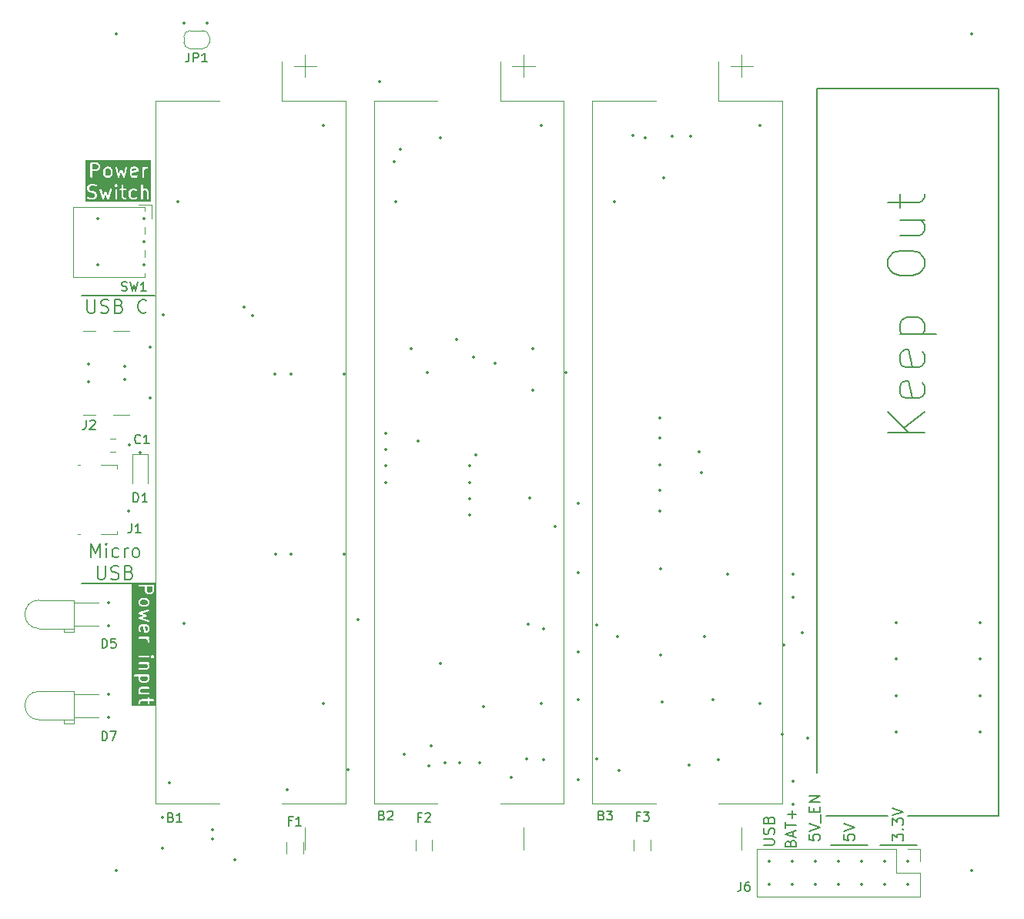
<source format=gto>
%TF.GenerationSoftware,KiCad,Pcbnew,7.0.9*%
%TF.CreationDate,2024-07-22T22:58:02+02:00*%
%TF.ProjectId,EnvSensor-Power-v2.1,456e7653-656e-4736-9f72-2d506f776572,rev?*%
%TF.SameCoordinates,Original*%
%TF.FileFunction,Legend,Top*%
%TF.FilePolarity,Positive*%
%FSLAX46Y46*%
G04 Gerber Fmt 4.6, Leading zero omitted, Abs format (unit mm)*
G04 Created by KiCad (PCBNEW 7.0.9) date 2024-07-22 22:58:02*
%MOMM*%
%LPD*%
G01*
G04 APERTURE LIST*
%ADD10C,0.150000*%
%ADD11C,0.200000*%
%ADD12C,0.120000*%
%ADD13C,0.350000*%
G04 APERTURE END LIST*
D10*
X102000000Y-110000000D02*
X108800000Y-110000000D01*
D11*
X121000000Y-30000000D02*
X101000000Y-30000000D01*
D10*
X121000000Y-110000000D02*
X121000000Y-30000000D01*
X28200000Y-52800000D02*
X20200000Y-52800000D01*
X102587500Y-113200000D02*
X106612500Y-113200000D01*
X28200000Y-84400000D02*
X20155464Y-84400000D01*
X101000000Y-30000000D02*
X101000000Y-105250000D01*
X111000000Y-110000000D02*
X121000000Y-110000000D01*
X107975000Y-113200000D02*
X112000000Y-113200000D01*
D11*
G36*
X23247909Y-38829644D02*
G01*
X23296386Y-38878120D01*
X23350000Y-38985348D01*
X23350000Y-39366707D01*
X23296386Y-39473934D01*
X23247906Y-39522414D01*
X23140679Y-39576028D01*
X22973607Y-39576028D01*
X22866379Y-39522414D01*
X22817899Y-39473934D01*
X22764286Y-39366707D01*
X22764286Y-38985348D01*
X22817899Y-38878120D01*
X22866376Y-38829643D01*
X22973607Y-38776028D01*
X23140678Y-38776028D01*
X23247909Y-38829644D01*
G37*
G36*
X26161179Y-38821993D02*
G01*
X26207144Y-38913921D01*
X26207144Y-38951190D01*
X25692858Y-39054047D01*
X25692858Y-38913920D01*
X25738821Y-38821992D01*
X25830751Y-38776028D01*
X26069250Y-38776028D01*
X26161179Y-38821993D01*
G37*
G36*
X21890766Y-38329644D02*
G01*
X21939243Y-38378120D01*
X21992857Y-38485348D01*
X21992857Y-38652421D01*
X21939243Y-38759648D01*
X21890763Y-38808128D01*
X21783536Y-38861742D01*
X21335714Y-38861742D01*
X21335714Y-38276028D01*
X21783535Y-38276028D01*
X21890766Y-38329644D01*
G37*
G36*
X27764286Y-42405314D02*
G01*
X20564285Y-42405314D01*
X20564285Y-41019600D01*
X20778571Y-41019600D01*
X20785694Y-41041523D01*
X20789128Y-41064321D01*
X20860556Y-41207178D01*
X20871930Y-41218726D01*
X20879289Y-41233168D01*
X20950718Y-41304596D01*
X20965157Y-41311953D01*
X20976706Y-41323328D01*
X21119563Y-41394757D01*
X21130585Y-41396417D01*
X21140032Y-41402328D01*
X21415095Y-41471093D01*
X21533621Y-41530356D01*
X21582098Y-41578833D01*
X21635714Y-41686064D01*
X21635714Y-41781706D01*
X21582098Y-41888937D01*
X21533621Y-41937413D01*
X21426392Y-41991028D01*
X21109083Y-41991028D01*
X20910194Y-41924732D01*
X20848392Y-41924262D01*
X20798117Y-41960209D01*
X20778573Y-42018841D01*
X20797225Y-42077763D01*
X20846948Y-42114468D01*
X21061234Y-42185896D01*
X21077441Y-42186019D01*
X21092857Y-42191028D01*
X21449999Y-42191028D01*
X21471922Y-42183904D01*
X21494720Y-42180471D01*
X21637578Y-42109043D01*
X21649127Y-42097668D01*
X21663568Y-42090310D01*
X21734996Y-42018881D01*
X21742353Y-42004441D01*
X21753728Y-41992893D01*
X21825157Y-41850036D01*
X21828590Y-41827237D01*
X21835714Y-41805314D01*
X21835714Y-41662457D01*
X21828590Y-41640533D01*
X21825157Y-41617735D01*
X21753728Y-41474878D01*
X21742353Y-41463329D01*
X21734996Y-41448890D01*
X21663568Y-41377461D01*
X21649126Y-41370102D01*
X21637578Y-41358728D01*
X21494720Y-41287299D01*
X21483698Y-41285638D01*
X21474252Y-41279728D01*
X21199190Y-41210963D01*
X21080661Y-41151698D01*
X21047463Y-41118500D01*
X22139561Y-41118500D01*
X22425276Y-42118500D01*
X22441707Y-42142911D01*
X22457415Y-42167855D01*
X22458896Y-42168447D01*
X22459787Y-42169771D01*
X22487459Y-42179872D01*
X22514798Y-42190808D01*
X22516344Y-42190416D01*
X22517843Y-42190964D01*
X22546162Y-42182872D01*
X22574714Y-42175649D01*
X22575735Y-42174423D01*
X22577269Y-42173985D01*
X22595426Y-42150789D01*
X22614276Y-42128167D01*
X22807142Y-41646001D01*
X23000008Y-42128167D01*
X23018857Y-42150789D01*
X23037015Y-42173985D01*
X23038548Y-42174423D01*
X23039570Y-42175649D01*
X23068125Y-42182873D01*
X23096441Y-42190964D01*
X23097939Y-42190416D01*
X23099485Y-42190808D01*
X23126818Y-42179874D01*
X23154497Y-42169771D01*
X23155387Y-42168447D01*
X23156869Y-42167855D01*
X23172564Y-42142929D01*
X23189008Y-42118500D01*
X23196857Y-42091028D01*
X23849999Y-42091028D01*
X23869097Y-42149807D01*
X23919097Y-42186134D01*
X23980901Y-42186134D01*
X24030901Y-42149807D01*
X24049999Y-42091028D01*
X24049999Y-41121930D01*
X24354894Y-41121930D01*
X24391221Y-41171930D01*
X24450000Y-41191028D01*
X24564285Y-41191028D01*
X24564285Y-41876742D01*
X24571408Y-41898665D01*
X24574842Y-41921463D01*
X24646271Y-42064321D01*
X24646829Y-42064887D01*
X24646960Y-42065674D01*
X24668462Y-42086851D01*
X24689640Y-42108354D01*
X24690426Y-42108484D01*
X24690993Y-42109043D01*
X24833850Y-42180471D01*
X24856647Y-42183904D01*
X24878571Y-42191028D01*
X25021428Y-42191028D01*
X25080207Y-42171930D01*
X25116534Y-42121930D01*
X25116534Y-42060126D01*
X25080207Y-42010126D01*
X25021428Y-41991028D01*
X24902178Y-41991028D01*
X24810249Y-41945064D01*
X24764285Y-41853135D01*
X24764285Y-41805314D01*
X25350000Y-41805314D01*
X25357123Y-41827237D01*
X25360557Y-41850035D01*
X25431985Y-41992892D01*
X25443358Y-42004439D01*
X25450717Y-42018882D01*
X25522146Y-42090311D01*
X25536588Y-42097669D01*
X25548136Y-42109043D01*
X25690993Y-42180471D01*
X25713790Y-42183904D01*
X25735714Y-42191028D01*
X26021428Y-42191028D01*
X26043351Y-42183904D01*
X26066149Y-42180471D01*
X26209007Y-42109043D01*
X26227298Y-42091028D01*
X26707142Y-42091028D01*
X26726240Y-42149807D01*
X26776240Y-42186134D01*
X26838044Y-42186134D01*
X26888044Y-42149807D01*
X26907142Y-42091028D01*
X26907142Y-41275306D01*
X26937804Y-41244643D01*
X27045035Y-41191028D01*
X27212106Y-41191028D01*
X27304035Y-41236993D01*
X27350000Y-41328921D01*
X27350000Y-42091028D01*
X27369098Y-42149807D01*
X27419098Y-42186134D01*
X27480902Y-42186134D01*
X27530902Y-42149807D01*
X27550000Y-42091028D01*
X27550000Y-41305314D01*
X27542876Y-41283390D01*
X27539443Y-41260592D01*
X27468014Y-41117735D01*
X27467455Y-41117167D01*
X27467325Y-41116383D01*
X27445838Y-41095220D01*
X27424645Y-41073703D01*
X27423858Y-41073572D01*
X27423292Y-41073014D01*
X27280436Y-41001585D01*
X27257637Y-40998151D01*
X27235714Y-40991028D01*
X27021428Y-40991028D01*
X26999504Y-40998151D01*
X26976706Y-41001585D01*
X26907142Y-41036367D01*
X26907142Y-40591028D01*
X26888044Y-40532249D01*
X26838044Y-40495922D01*
X26776240Y-40495922D01*
X26726240Y-40532249D01*
X26707142Y-40591028D01*
X26707142Y-42091028D01*
X26227298Y-42091028D01*
X26253040Y-42065675D01*
X26263172Y-42004707D01*
X26235532Y-41949428D01*
X26180680Y-41920952D01*
X26119565Y-41930157D01*
X25997821Y-41991028D01*
X25759321Y-41991028D01*
X25652093Y-41937414D01*
X25603613Y-41888934D01*
X25550000Y-41781707D01*
X25550000Y-41400348D01*
X25603613Y-41293120D01*
X25652090Y-41244643D01*
X25759321Y-41191028D01*
X25997821Y-41191028D01*
X26119565Y-41251900D01*
X26180679Y-41261105D01*
X26235532Y-41232629D01*
X26263171Y-41177350D01*
X26253040Y-41116383D01*
X26209007Y-41073014D01*
X26066149Y-41001585D01*
X26043351Y-40998151D01*
X26021428Y-40991028D01*
X25735714Y-40991028D01*
X25713790Y-40998151D01*
X25690992Y-41001585D01*
X25548135Y-41073014D01*
X25536586Y-41084388D01*
X25522147Y-41091746D01*
X25450718Y-41163174D01*
X25443359Y-41177615D01*
X25431985Y-41189164D01*
X25360557Y-41332021D01*
X25357123Y-41354818D01*
X25350000Y-41376742D01*
X25350000Y-41805314D01*
X24764285Y-41805314D01*
X24764285Y-41191028D01*
X25021428Y-41191028D01*
X25080207Y-41171930D01*
X25116534Y-41121930D01*
X25116534Y-41060126D01*
X25080207Y-41010126D01*
X25021428Y-40991028D01*
X24764285Y-40991028D01*
X24764285Y-40591028D01*
X24745187Y-40532249D01*
X24695187Y-40495922D01*
X24633383Y-40495922D01*
X24583383Y-40532249D01*
X24564285Y-40591028D01*
X24564285Y-40991028D01*
X24450000Y-40991028D01*
X24391221Y-41010126D01*
X24354894Y-41060126D01*
X24354894Y-41121930D01*
X24049999Y-41121930D01*
X24049999Y-41091028D01*
X24030901Y-41032249D01*
X23980901Y-40995922D01*
X23919097Y-40995922D01*
X23869097Y-41032249D01*
X23849999Y-41091028D01*
X23849999Y-42091028D01*
X23196857Y-42091028D01*
X23474723Y-41118500D01*
X23472507Y-41056736D01*
X23434411Y-41008070D01*
X23374985Y-40991092D01*
X23316929Y-41012285D01*
X23282418Y-41063556D01*
X23077065Y-41782291D01*
X22899990Y-41339603D01*
X22884252Y-41320714D01*
X22871155Y-41299915D01*
X22864806Y-41297375D01*
X22860428Y-41292121D01*
X22836593Y-41286090D01*
X22813771Y-41276962D01*
X22807141Y-41278639D01*
X22800512Y-41276962D01*
X22777689Y-41286090D01*
X22753856Y-41292121D01*
X22749478Y-41297375D01*
X22743129Y-41299915D01*
X22730028Y-41320718D01*
X22714294Y-41339603D01*
X22537218Y-41782291D01*
X22331865Y-41063556D01*
X22297354Y-41012285D01*
X22239298Y-40991092D01*
X22179872Y-41008071D01*
X22141776Y-41056736D01*
X22139561Y-41118500D01*
X21047463Y-41118500D01*
X21032184Y-41103221D01*
X20978571Y-40995993D01*
X20978571Y-40900348D01*
X21032184Y-40793120D01*
X21080661Y-40744643D01*
X21187892Y-40691028D01*
X21505201Y-40691028D01*
X21704091Y-40757325D01*
X21765893Y-40757795D01*
X21816167Y-40721848D01*
X21830750Y-40678100D01*
X23779802Y-40678100D01*
X23786992Y-40692211D01*
X23789470Y-40707857D01*
X23800669Y-40719056D01*
X23807860Y-40733168D01*
X23879288Y-40804595D01*
X23893398Y-40811784D01*
X23904599Y-40822986D01*
X23912569Y-40824248D01*
X23919097Y-40828991D01*
X23927166Y-40828991D01*
X23934355Y-40832654D01*
X23949998Y-40830176D01*
X23965642Y-40832654D01*
X23972831Y-40828991D01*
X23980901Y-40828991D01*
X23987429Y-40824248D01*
X23995398Y-40822986D01*
X24006598Y-40811785D01*
X24020709Y-40804596D01*
X24092138Y-40733168D01*
X24099328Y-40719056D01*
X24110529Y-40707856D01*
X24113006Y-40692212D01*
X24120197Y-40678101D01*
X24117719Y-40662457D01*
X24120197Y-40646814D01*
X24113006Y-40632701D01*
X24110529Y-40617059D01*
X24099330Y-40605859D01*
X24092139Y-40591746D01*
X24020710Y-40520317D01*
X24006596Y-40513125D01*
X23995397Y-40501927D01*
X23987429Y-40500665D01*
X23980901Y-40495922D01*
X23972831Y-40495922D01*
X23965642Y-40492259D01*
X23949998Y-40494736D01*
X23934355Y-40492259D01*
X23927166Y-40495922D01*
X23919097Y-40495922D01*
X23912569Y-40500664D01*
X23904600Y-40501927D01*
X23893399Y-40513127D01*
X23879288Y-40520318D01*
X23807860Y-40591747D01*
X23800670Y-40605857D01*
X23789470Y-40617058D01*
X23786992Y-40632702D01*
X23779802Y-40646814D01*
X23782279Y-40662457D01*
X23779802Y-40678100D01*
X21830750Y-40678100D01*
X21835711Y-40663216D01*
X21817060Y-40604294D01*
X21767337Y-40567589D01*
X21553051Y-40496160D01*
X21536843Y-40496036D01*
X21521428Y-40491028D01*
X21164285Y-40491028D01*
X21142361Y-40498151D01*
X21119563Y-40501585D01*
X20976706Y-40573014D01*
X20965157Y-40584388D01*
X20950718Y-40591746D01*
X20879289Y-40663174D01*
X20871930Y-40677615D01*
X20860556Y-40689164D01*
X20789128Y-40832021D01*
X20785694Y-40854818D01*
X20778571Y-40876742D01*
X20778571Y-41019600D01*
X20564285Y-41019600D01*
X20564285Y-39676028D01*
X21135714Y-39676028D01*
X21154812Y-39734807D01*
X21204812Y-39771134D01*
X21266616Y-39771134D01*
X21316616Y-39734807D01*
X21335714Y-39676028D01*
X21335714Y-39390314D01*
X22564286Y-39390314D01*
X22571409Y-39412237D01*
X22574843Y-39435035D01*
X22646271Y-39577892D01*
X22657644Y-39589439D01*
X22665003Y-39603882D01*
X22736432Y-39675311D01*
X22750874Y-39682669D01*
X22762422Y-39694043D01*
X22905279Y-39765471D01*
X22928076Y-39768904D01*
X22950000Y-39776028D01*
X23164286Y-39776028D01*
X23186209Y-39768904D01*
X23209007Y-39765471D01*
X23351864Y-39694043D01*
X23363411Y-39682669D01*
X23377854Y-39675311D01*
X23449283Y-39603882D01*
X23456641Y-39589439D01*
X23468015Y-39577892D01*
X23539443Y-39435035D01*
X23542876Y-39412237D01*
X23550000Y-39390314D01*
X23550000Y-38961742D01*
X23542876Y-38939818D01*
X23539443Y-38917021D01*
X23468015Y-38774164D01*
X23456640Y-38762615D01*
X23449282Y-38748174D01*
X23404607Y-38703500D01*
X23853848Y-38703500D01*
X24139563Y-39703500D01*
X24155994Y-39727911D01*
X24171702Y-39752855D01*
X24173183Y-39753447D01*
X24174074Y-39754771D01*
X24201746Y-39764872D01*
X24229085Y-39775808D01*
X24230631Y-39775416D01*
X24232130Y-39775964D01*
X24260449Y-39767872D01*
X24289001Y-39760649D01*
X24290022Y-39759423D01*
X24291556Y-39758985D01*
X24309713Y-39735789D01*
X24328563Y-39713167D01*
X24521429Y-39231001D01*
X24714295Y-39713167D01*
X24733144Y-39735789D01*
X24751302Y-39758985D01*
X24752835Y-39759423D01*
X24753857Y-39760649D01*
X24782412Y-39767873D01*
X24810728Y-39775964D01*
X24812226Y-39775416D01*
X24813772Y-39775808D01*
X24841105Y-39764874D01*
X24868784Y-39754771D01*
X24869674Y-39753447D01*
X24871156Y-39752855D01*
X24886851Y-39727929D01*
X24903295Y-39703500D01*
X24972369Y-39461742D01*
X25492858Y-39461742D01*
X25499981Y-39483665D01*
X25503415Y-39506463D01*
X25574843Y-39649321D01*
X25575401Y-39649887D01*
X25575532Y-39650675D01*
X25597033Y-39671852D01*
X25618211Y-39693354D01*
X25618998Y-39693484D01*
X25619565Y-39694043D01*
X25762423Y-39765471D01*
X25785220Y-39768904D01*
X25807144Y-39776028D01*
X26092858Y-39776028D01*
X26114781Y-39768904D01*
X26137579Y-39765471D01*
X26280436Y-39694043D01*
X26298727Y-39676028D01*
X26850000Y-39676028D01*
X26869098Y-39734807D01*
X26919098Y-39771134D01*
X26980902Y-39771134D01*
X27030902Y-39734807D01*
X27050000Y-39676028D01*
X27050000Y-38985350D01*
X27103615Y-38878119D01*
X27152091Y-38829643D01*
X27259322Y-38776028D01*
X27378572Y-38776028D01*
X27437351Y-38756930D01*
X27473678Y-38706930D01*
X27473678Y-38645126D01*
X27437351Y-38595126D01*
X27378572Y-38576028D01*
X27235715Y-38576028D01*
X27213791Y-38583151D01*
X27190993Y-38586585D01*
X27048136Y-38658014D01*
X27045114Y-38660990D01*
X27030902Y-38617249D01*
X26980902Y-38580922D01*
X26919098Y-38580922D01*
X26869098Y-38617249D01*
X26850000Y-38676028D01*
X26850000Y-39676028D01*
X26298727Y-39676028D01*
X26324469Y-39650674D01*
X26334600Y-39589707D01*
X26306961Y-39534428D01*
X26252109Y-39505952D01*
X26190994Y-39515157D01*
X26069251Y-39576028D01*
X25830751Y-39576028D01*
X25738821Y-39530064D01*
X25692858Y-39438135D01*
X25692858Y-39258008D01*
X26326756Y-39131229D01*
X26332014Y-39128277D01*
X26338046Y-39128277D01*
X26358551Y-39113379D01*
X26380648Y-39100974D01*
X26383167Y-39095494D01*
X26388046Y-39091950D01*
X26395875Y-39067851D01*
X26406464Y-39044821D01*
X26405280Y-39038905D01*
X26407144Y-39033171D01*
X26407144Y-38890314D01*
X26400020Y-38868390D01*
X26396587Y-38845592D01*
X26325158Y-38702735D01*
X26324599Y-38702167D01*
X26324469Y-38701383D01*
X26302982Y-38680220D01*
X26281789Y-38658703D01*
X26281002Y-38658572D01*
X26280436Y-38658014D01*
X26137580Y-38586585D01*
X26114781Y-38583151D01*
X26092858Y-38576028D01*
X25807144Y-38576028D01*
X25785220Y-38583151D01*
X25762423Y-38586585D01*
X25619565Y-38658014D01*
X25618998Y-38658572D01*
X25618212Y-38658703D01*
X25597034Y-38680205D01*
X25575532Y-38701383D01*
X25575401Y-38702169D01*
X25574843Y-38702736D01*
X25503415Y-38845593D01*
X25499981Y-38868390D01*
X25492858Y-38890314D01*
X25492858Y-39461742D01*
X24972369Y-39461742D01*
X25189010Y-38703500D01*
X25186794Y-38641736D01*
X25148698Y-38593070D01*
X25089272Y-38576092D01*
X25031216Y-38597285D01*
X24996705Y-38648556D01*
X24791352Y-39367291D01*
X24614277Y-38924603D01*
X24598539Y-38905714D01*
X24585442Y-38884915D01*
X24579093Y-38882375D01*
X24574715Y-38877121D01*
X24550880Y-38871090D01*
X24528058Y-38861962D01*
X24521428Y-38863639D01*
X24514799Y-38861962D01*
X24491976Y-38871090D01*
X24468143Y-38877121D01*
X24463765Y-38882375D01*
X24457416Y-38884915D01*
X24444315Y-38905718D01*
X24428581Y-38924603D01*
X24251505Y-39367291D01*
X24046152Y-38648556D01*
X24011641Y-38597285D01*
X23953585Y-38576092D01*
X23894159Y-38593071D01*
X23856063Y-38641736D01*
X23853848Y-38703500D01*
X23404607Y-38703500D01*
X23377853Y-38676746D01*
X23363412Y-38669388D01*
X23351864Y-38658014D01*
X23209008Y-38586585D01*
X23186209Y-38583151D01*
X23164286Y-38576028D01*
X22950000Y-38576028D01*
X22928076Y-38583151D01*
X22905278Y-38586585D01*
X22762421Y-38658014D01*
X22750872Y-38669388D01*
X22736433Y-38676746D01*
X22665004Y-38748174D01*
X22657645Y-38762615D01*
X22646271Y-38774164D01*
X22574843Y-38917021D01*
X22571409Y-38939818D01*
X22564286Y-38961742D01*
X22564286Y-39390314D01*
X21335714Y-39390314D01*
X21335714Y-39061742D01*
X21807143Y-39061742D01*
X21829066Y-39054618D01*
X21851864Y-39051185D01*
X21994721Y-38979757D01*
X22006268Y-38968383D01*
X22020711Y-38961025D01*
X22092140Y-38889596D01*
X22099498Y-38875153D01*
X22110872Y-38863606D01*
X22182300Y-38720749D01*
X22185733Y-38697951D01*
X22192857Y-38676028D01*
X22192857Y-38461742D01*
X22185733Y-38439818D01*
X22182300Y-38417021D01*
X22110872Y-38274164D01*
X22099497Y-38262615D01*
X22092139Y-38248174D01*
X22020710Y-38176746D01*
X22006269Y-38169388D01*
X21994721Y-38158014D01*
X21851865Y-38086585D01*
X21829066Y-38083151D01*
X21807143Y-38076028D01*
X21235714Y-38076028D01*
X21220651Y-38080922D01*
X21204812Y-38080922D01*
X21191998Y-38090231D01*
X21176935Y-38095126D01*
X21167625Y-38107939D01*
X21154812Y-38117249D01*
X21149917Y-38132312D01*
X21140608Y-38145126D01*
X21140608Y-38160965D01*
X21135714Y-38176028D01*
X21135714Y-39676028D01*
X20564285Y-39676028D01*
X20564285Y-37861742D01*
X27764286Y-37861742D01*
X27764286Y-42405314D01*
G37*
X21157142Y-81561028D02*
X21157142Y-80061028D01*
X21157142Y-80061028D02*
X21657142Y-81132457D01*
X21657142Y-81132457D02*
X22157142Y-80061028D01*
X22157142Y-80061028D02*
X22157142Y-81561028D01*
X22871428Y-81561028D02*
X22871428Y-80561028D01*
X22871428Y-80061028D02*
X22800000Y-80132457D01*
X22800000Y-80132457D02*
X22871428Y-80203885D01*
X22871428Y-80203885D02*
X22942857Y-80132457D01*
X22942857Y-80132457D02*
X22871428Y-80061028D01*
X22871428Y-80061028D02*
X22871428Y-80203885D01*
X24228572Y-81489600D02*
X24085714Y-81561028D01*
X24085714Y-81561028D02*
X23800000Y-81561028D01*
X23800000Y-81561028D02*
X23657143Y-81489600D01*
X23657143Y-81489600D02*
X23585714Y-81418171D01*
X23585714Y-81418171D02*
X23514286Y-81275314D01*
X23514286Y-81275314D02*
X23514286Y-80846742D01*
X23514286Y-80846742D02*
X23585714Y-80703885D01*
X23585714Y-80703885D02*
X23657143Y-80632457D01*
X23657143Y-80632457D02*
X23800000Y-80561028D01*
X23800000Y-80561028D02*
X24085714Y-80561028D01*
X24085714Y-80561028D02*
X24228572Y-80632457D01*
X24871428Y-81561028D02*
X24871428Y-80561028D01*
X24871428Y-80846742D02*
X24942857Y-80703885D01*
X24942857Y-80703885D02*
X25014286Y-80632457D01*
X25014286Y-80632457D02*
X25157143Y-80561028D01*
X25157143Y-80561028D02*
X25300000Y-80561028D01*
X26014285Y-81561028D02*
X25871428Y-81489600D01*
X25871428Y-81489600D02*
X25799999Y-81418171D01*
X25799999Y-81418171D02*
X25728571Y-81275314D01*
X25728571Y-81275314D02*
X25728571Y-80846742D01*
X25728571Y-80846742D02*
X25799999Y-80703885D01*
X25799999Y-80703885D02*
X25871428Y-80632457D01*
X25871428Y-80632457D02*
X26014285Y-80561028D01*
X26014285Y-80561028D02*
X26228571Y-80561028D01*
X26228571Y-80561028D02*
X26371428Y-80632457D01*
X26371428Y-80632457D02*
X26442857Y-80703885D01*
X26442857Y-80703885D02*
X26514285Y-80846742D01*
X26514285Y-80846742D02*
X26514285Y-81275314D01*
X26514285Y-81275314D02*
X26442857Y-81418171D01*
X26442857Y-81418171D02*
X26371428Y-81489600D01*
X26371428Y-81489600D02*
X26228571Y-81561028D01*
X26228571Y-81561028D02*
X26014285Y-81561028D01*
X21907142Y-82476028D02*
X21907142Y-83690314D01*
X21907142Y-83690314D02*
X21978571Y-83833171D01*
X21978571Y-83833171D02*
X22050000Y-83904600D01*
X22050000Y-83904600D02*
X22192857Y-83976028D01*
X22192857Y-83976028D02*
X22478571Y-83976028D01*
X22478571Y-83976028D02*
X22621428Y-83904600D01*
X22621428Y-83904600D02*
X22692857Y-83833171D01*
X22692857Y-83833171D02*
X22764285Y-83690314D01*
X22764285Y-83690314D02*
X22764285Y-82476028D01*
X23407143Y-83904600D02*
X23621429Y-83976028D01*
X23621429Y-83976028D02*
X23978571Y-83976028D01*
X23978571Y-83976028D02*
X24121429Y-83904600D01*
X24121429Y-83904600D02*
X24192857Y-83833171D01*
X24192857Y-83833171D02*
X24264286Y-83690314D01*
X24264286Y-83690314D02*
X24264286Y-83547457D01*
X24264286Y-83547457D02*
X24192857Y-83404600D01*
X24192857Y-83404600D02*
X24121429Y-83333171D01*
X24121429Y-83333171D02*
X23978571Y-83261742D01*
X23978571Y-83261742D02*
X23692857Y-83190314D01*
X23692857Y-83190314D02*
X23550000Y-83118885D01*
X23550000Y-83118885D02*
X23478571Y-83047457D01*
X23478571Y-83047457D02*
X23407143Y-82904600D01*
X23407143Y-82904600D02*
X23407143Y-82761742D01*
X23407143Y-82761742D02*
X23478571Y-82618885D01*
X23478571Y-82618885D02*
X23550000Y-82547457D01*
X23550000Y-82547457D02*
X23692857Y-82476028D01*
X23692857Y-82476028D02*
X24050000Y-82476028D01*
X24050000Y-82476028D02*
X24264286Y-82547457D01*
X25407142Y-83190314D02*
X25621428Y-83261742D01*
X25621428Y-83261742D02*
X25692857Y-83333171D01*
X25692857Y-83333171D02*
X25764285Y-83476028D01*
X25764285Y-83476028D02*
X25764285Y-83690314D01*
X25764285Y-83690314D02*
X25692857Y-83833171D01*
X25692857Y-83833171D02*
X25621428Y-83904600D01*
X25621428Y-83904600D02*
X25478571Y-83976028D01*
X25478571Y-83976028D02*
X24907142Y-83976028D01*
X24907142Y-83976028D02*
X24907142Y-82476028D01*
X24907142Y-82476028D02*
X25407142Y-82476028D01*
X25407142Y-82476028D02*
X25550000Y-82547457D01*
X25550000Y-82547457D02*
X25621428Y-82618885D01*
X25621428Y-82618885D02*
X25692857Y-82761742D01*
X25692857Y-82761742D02*
X25692857Y-82904600D01*
X25692857Y-82904600D02*
X25621428Y-83047457D01*
X25621428Y-83047457D02*
X25550000Y-83118885D01*
X25550000Y-83118885D02*
X25407142Y-83190314D01*
X25407142Y-83190314D02*
X24907142Y-83190314D01*
D10*
X98118771Y-113015601D02*
X98175914Y-112844173D01*
X98175914Y-112844173D02*
X98233057Y-112787030D01*
X98233057Y-112787030D02*
X98347342Y-112729887D01*
X98347342Y-112729887D02*
X98518771Y-112729887D01*
X98518771Y-112729887D02*
X98633057Y-112787030D01*
X98633057Y-112787030D02*
X98690200Y-112844173D01*
X98690200Y-112844173D02*
X98747342Y-112958458D01*
X98747342Y-112958458D02*
X98747342Y-113415601D01*
X98747342Y-113415601D02*
X97547342Y-113415601D01*
X97547342Y-113415601D02*
X97547342Y-113015601D01*
X97547342Y-113015601D02*
X97604485Y-112901316D01*
X97604485Y-112901316D02*
X97661628Y-112844173D01*
X97661628Y-112844173D02*
X97775914Y-112787030D01*
X97775914Y-112787030D02*
X97890200Y-112787030D01*
X97890200Y-112787030D02*
X98004485Y-112844173D01*
X98004485Y-112844173D02*
X98061628Y-112901316D01*
X98061628Y-112901316D02*
X98118771Y-113015601D01*
X98118771Y-113015601D02*
X98118771Y-113415601D01*
X98404485Y-112272744D02*
X98404485Y-111701316D01*
X98747342Y-112387030D02*
X97547342Y-111987030D01*
X97547342Y-111987030D02*
X98747342Y-111587030D01*
X97547342Y-111358459D02*
X97547342Y-110672745D01*
X98747342Y-111015602D02*
X97547342Y-111015602D01*
X98290200Y-110272744D02*
X98290200Y-109358459D01*
X98747342Y-109815601D02*
X97833057Y-109815601D01*
X95147342Y-113215601D02*
X96118771Y-113215601D01*
X96118771Y-113215601D02*
X96233057Y-113158458D01*
X96233057Y-113158458D02*
X96290200Y-113101316D01*
X96290200Y-113101316D02*
X96347342Y-112987030D01*
X96347342Y-112987030D02*
X96347342Y-112758458D01*
X96347342Y-112758458D02*
X96290200Y-112644173D01*
X96290200Y-112644173D02*
X96233057Y-112587030D01*
X96233057Y-112587030D02*
X96118771Y-112529887D01*
X96118771Y-112529887D02*
X95147342Y-112529887D01*
X96290200Y-112015601D02*
X96347342Y-111844173D01*
X96347342Y-111844173D02*
X96347342Y-111558458D01*
X96347342Y-111558458D02*
X96290200Y-111444173D01*
X96290200Y-111444173D02*
X96233057Y-111387030D01*
X96233057Y-111387030D02*
X96118771Y-111329887D01*
X96118771Y-111329887D02*
X96004485Y-111329887D01*
X96004485Y-111329887D02*
X95890200Y-111387030D01*
X95890200Y-111387030D02*
X95833057Y-111444173D01*
X95833057Y-111444173D02*
X95775914Y-111558458D01*
X95775914Y-111558458D02*
X95718771Y-111787030D01*
X95718771Y-111787030D02*
X95661628Y-111901315D01*
X95661628Y-111901315D02*
X95604485Y-111958458D01*
X95604485Y-111958458D02*
X95490200Y-112015601D01*
X95490200Y-112015601D02*
X95375914Y-112015601D01*
X95375914Y-112015601D02*
X95261628Y-111958458D01*
X95261628Y-111958458D02*
X95204485Y-111901315D01*
X95204485Y-111901315D02*
X95147342Y-111787030D01*
X95147342Y-111787030D02*
X95147342Y-111501315D01*
X95147342Y-111501315D02*
X95204485Y-111329887D01*
X95718771Y-110415601D02*
X95775914Y-110244173D01*
X95775914Y-110244173D02*
X95833057Y-110187030D01*
X95833057Y-110187030D02*
X95947342Y-110129887D01*
X95947342Y-110129887D02*
X96118771Y-110129887D01*
X96118771Y-110129887D02*
X96233057Y-110187030D01*
X96233057Y-110187030D02*
X96290200Y-110244173D01*
X96290200Y-110244173D02*
X96347342Y-110358458D01*
X96347342Y-110358458D02*
X96347342Y-110815601D01*
X96347342Y-110815601D02*
X95147342Y-110815601D01*
X95147342Y-110815601D02*
X95147342Y-110415601D01*
X95147342Y-110415601D02*
X95204485Y-110301316D01*
X95204485Y-110301316D02*
X95261628Y-110244173D01*
X95261628Y-110244173D02*
X95375914Y-110187030D01*
X95375914Y-110187030D02*
X95490200Y-110187030D01*
X95490200Y-110187030D02*
X95604485Y-110244173D01*
X95604485Y-110244173D02*
X95661628Y-110301316D01*
X95661628Y-110301316D02*
X95718771Y-110415601D01*
X95718771Y-110415601D02*
X95718771Y-110815601D01*
X109347342Y-112729887D02*
X109347342Y-111987030D01*
X109347342Y-111987030D02*
X109804485Y-112387030D01*
X109804485Y-112387030D02*
X109804485Y-112215601D01*
X109804485Y-112215601D02*
X109861628Y-112101316D01*
X109861628Y-112101316D02*
X109918771Y-112044173D01*
X109918771Y-112044173D02*
X110033057Y-111987030D01*
X110033057Y-111987030D02*
X110318771Y-111987030D01*
X110318771Y-111987030D02*
X110433057Y-112044173D01*
X110433057Y-112044173D02*
X110490200Y-112101316D01*
X110490200Y-112101316D02*
X110547342Y-112215601D01*
X110547342Y-112215601D02*
X110547342Y-112558458D01*
X110547342Y-112558458D02*
X110490200Y-112672744D01*
X110490200Y-112672744D02*
X110433057Y-112729887D01*
X110433057Y-111472744D02*
X110490200Y-111415601D01*
X110490200Y-111415601D02*
X110547342Y-111472744D01*
X110547342Y-111472744D02*
X110490200Y-111529887D01*
X110490200Y-111529887D02*
X110433057Y-111472744D01*
X110433057Y-111472744D02*
X110547342Y-111472744D01*
X109347342Y-111015601D02*
X109347342Y-110272744D01*
X109347342Y-110272744D02*
X109804485Y-110672744D01*
X109804485Y-110672744D02*
X109804485Y-110501315D01*
X109804485Y-110501315D02*
X109861628Y-110387030D01*
X109861628Y-110387030D02*
X109918771Y-110329887D01*
X109918771Y-110329887D02*
X110033057Y-110272744D01*
X110033057Y-110272744D02*
X110318771Y-110272744D01*
X110318771Y-110272744D02*
X110433057Y-110329887D01*
X110433057Y-110329887D02*
X110490200Y-110387030D01*
X110490200Y-110387030D02*
X110547342Y-110501315D01*
X110547342Y-110501315D02*
X110547342Y-110844172D01*
X110547342Y-110844172D02*
X110490200Y-110958458D01*
X110490200Y-110958458D02*
X110433057Y-111015601D01*
X109347342Y-109929887D02*
X110547342Y-109529887D01*
X110547342Y-109529887D02*
X109347342Y-109129887D01*
D11*
X20785714Y-53183528D02*
X20785714Y-54397814D01*
X20785714Y-54397814D02*
X20857143Y-54540671D01*
X20857143Y-54540671D02*
X20928572Y-54612100D01*
X20928572Y-54612100D02*
X21071429Y-54683528D01*
X21071429Y-54683528D02*
X21357143Y-54683528D01*
X21357143Y-54683528D02*
X21500000Y-54612100D01*
X21500000Y-54612100D02*
X21571429Y-54540671D01*
X21571429Y-54540671D02*
X21642857Y-54397814D01*
X21642857Y-54397814D02*
X21642857Y-53183528D01*
X22285715Y-54612100D02*
X22500001Y-54683528D01*
X22500001Y-54683528D02*
X22857143Y-54683528D01*
X22857143Y-54683528D02*
X23000001Y-54612100D01*
X23000001Y-54612100D02*
X23071429Y-54540671D01*
X23071429Y-54540671D02*
X23142858Y-54397814D01*
X23142858Y-54397814D02*
X23142858Y-54254957D01*
X23142858Y-54254957D02*
X23071429Y-54112100D01*
X23071429Y-54112100D02*
X23000001Y-54040671D01*
X23000001Y-54040671D02*
X22857143Y-53969242D01*
X22857143Y-53969242D02*
X22571429Y-53897814D01*
X22571429Y-53897814D02*
X22428572Y-53826385D01*
X22428572Y-53826385D02*
X22357143Y-53754957D01*
X22357143Y-53754957D02*
X22285715Y-53612100D01*
X22285715Y-53612100D02*
X22285715Y-53469242D01*
X22285715Y-53469242D02*
X22357143Y-53326385D01*
X22357143Y-53326385D02*
X22428572Y-53254957D01*
X22428572Y-53254957D02*
X22571429Y-53183528D01*
X22571429Y-53183528D02*
X22928572Y-53183528D01*
X22928572Y-53183528D02*
X23142858Y-53254957D01*
X24285714Y-53897814D02*
X24500000Y-53969242D01*
X24500000Y-53969242D02*
X24571429Y-54040671D01*
X24571429Y-54040671D02*
X24642857Y-54183528D01*
X24642857Y-54183528D02*
X24642857Y-54397814D01*
X24642857Y-54397814D02*
X24571429Y-54540671D01*
X24571429Y-54540671D02*
X24500000Y-54612100D01*
X24500000Y-54612100D02*
X24357143Y-54683528D01*
X24357143Y-54683528D02*
X23785714Y-54683528D01*
X23785714Y-54683528D02*
X23785714Y-53183528D01*
X23785714Y-53183528D02*
X24285714Y-53183528D01*
X24285714Y-53183528D02*
X24428572Y-53254957D01*
X24428572Y-53254957D02*
X24500000Y-53326385D01*
X24500000Y-53326385D02*
X24571429Y-53469242D01*
X24571429Y-53469242D02*
X24571429Y-53612100D01*
X24571429Y-53612100D02*
X24500000Y-53754957D01*
X24500000Y-53754957D02*
X24428572Y-53826385D01*
X24428572Y-53826385D02*
X24285714Y-53897814D01*
X24285714Y-53897814D02*
X23785714Y-53897814D01*
X27285714Y-54540671D02*
X27214286Y-54612100D01*
X27214286Y-54612100D02*
X27000000Y-54683528D01*
X27000000Y-54683528D02*
X26857143Y-54683528D01*
X26857143Y-54683528D02*
X26642857Y-54612100D01*
X26642857Y-54612100D02*
X26500000Y-54469242D01*
X26500000Y-54469242D02*
X26428571Y-54326385D01*
X26428571Y-54326385D02*
X26357143Y-54040671D01*
X26357143Y-54040671D02*
X26357143Y-53826385D01*
X26357143Y-53826385D02*
X26428571Y-53540671D01*
X26428571Y-53540671D02*
X26500000Y-53397814D01*
X26500000Y-53397814D02*
X26642857Y-53254957D01*
X26642857Y-53254957D02*
X26857143Y-53183528D01*
X26857143Y-53183528D02*
X27000000Y-53183528D01*
X27000000Y-53183528D02*
X27214286Y-53254957D01*
X27214286Y-53254957D02*
X27285714Y-53326385D01*
D10*
X100147342Y-112044173D02*
X100147342Y-112615601D01*
X100147342Y-112615601D02*
X100718771Y-112672744D01*
X100718771Y-112672744D02*
X100661628Y-112615601D01*
X100661628Y-112615601D02*
X100604485Y-112501316D01*
X100604485Y-112501316D02*
X100604485Y-112215601D01*
X100604485Y-112215601D02*
X100661628Y-112101316D01*
X100661628Y-112101316D02*
X100718771Y-112044173D01*
X100718771Y-112044173D02*
X100833057Y-111987030D01*
X100833057Y-111987030D02*
X101118771Y-111987030D01*
X101118771Y-111987030D02*
X101233057Y-112044173D01*
X101233057Y-112044173D02*
X101290200Y-112101316D01*
X101290200Y-112101316D02*
X101347342Y-112215601D01*
X101347342Y-112215601D02*
X101347342Y-112501316D01*
X101347342Y-112501316D02*
X101290200Y-112615601D01*
X101290200Y-112615601D02*
X101233057Y-112672744D01*
X100147342Y-111644173D02*
X101347342Y-111244173D01*
X101347342Y-111244173D02*
X100147342Y-110844173D01*
X101461628Y-110729888D02*
X101461628Y-109815602D01*
X100718771Y-109529887D02*
X100718771Y-109129887D01*
X101347342Y-108958459D02*
X101347342Y-109529887D01*
X101347342Y-109529887D02*
X100147342Y-109529887D01*
X100147342Y-109529887D02*
X100147342Y-108958459D01*
X101347342Y-108444173D02*
X100147342Y-108444173D01*
X100147342Y-108444173D02*
X101347342Y-107758459D01*
X101347342Y-107758459D02*
X100147342Y-107758459D01*
D11*
G36*
X27416471Y-94712328D02*
G01*
X27416471Y-94950827D01*
X27362855Y-95058058D01*
X27314378Y-95106535D01*
X27207150Y-95160149D01*
X26825792Y-95160149D01*
X26718563Y-95106535D01*
X26670087Y-95058058D01*
X26616471Y-94950826D01*
X26616471Y-94712328D01*
X26649704Y-94645863D01*
X27383238Y-94645863D01*
X27416471Y-94712328D01*
G37*
G36*
X27370506Y-89191827D02*
G01*
X27416471Y-89283757D01*
X27416471Y-89522256D01*
X27370506Y-89614184D01*
X27278577Y-89660150D01*
X27241308Y-89660150D01*
X27138451Y-89145864D01*
X27278578Y-89145864D01*
X27370506Y-89191827D01*
G37*
G36*
X27314378Y-86270905D02*
G01*
X27362855Y-86319382D01*
X27416471Y-86426613D01*
X27416471Y-86593684D01*
X27362855Y-86700915D01*
X27314378Y-86749392D01*
X27207150Y-86803006D01*
X26825792Y-86803006D01*
X26718563Y-86749392D01*
X26670087Y-86700915D01*
X26616471Y-86593683D01*
X26616471Y-86426614D01*
X26670087Y-86319382D01*
X26718563Y-86270905D01*
X26825792Y-86217292D01*
X27207150Y-86217292D01*
X27314378Y-86270905D01*
G37*
G36*
X27916471Y-85236541D02*
G01*
X27862855Y-85343772D01*
X27814378Y-85392249D01*
X27707150Y-85445863D01*
X27540078Y-85445863D01*
X27432850Y-85392249D01*
X27384370Y-85343769D01*
X27330757Y-85236542D01*
X27330757Y-84788720D01*
X27916471Y-84788720D01*
X27916471Y-85236541D01*
G37*
G36*
X28330757Y-97926684D02*
G01*
X25707079Y-97926684D01*
X25707079Y-97617292D01*
X26416471Y-97617292D01*
X26435569Y-97676071D01*
X26485569Y-97712398D01*
X26547373Y-97712398D01*
X26597373Y-97676071D01*
X26616471Y-97617292D01*
X26616471Y-97498043D01*
X26662436Y-97406113D01*
X26754364Y-97360149D01*
X27416471Y-97360149D01*
X27416471Y-97617292D01*
X27435569Y-97676071D01*
X27485569Y-97712398D01*
X27547373Y-97712398D01*
X27597373Y-97676071D01*
X27616471Y-97617292D01*
X27616471Y-97360149D01*
X28016471Y-97360149D01*
X28075250Y-97341051D01*
X28111577Y-97291051D01*
X28111577Y-97229247D01*
X28075250Y-97179247D01*
X28016471Y-97160149D01*
X27616471Y-97160149D01*
X27616471Y-97045864D01*
X27597373Y-96987085D01*
X27547373Y-96950758D01*
X27485569Y-96950758D01*
X27435569Y-96987085D01*
X27416471Y-97045864D01*
X27416471Y-97160149D01*
X26730757Y-97160149D01*
X26708833Y-97167272D01*
X26686035Y-97170706D01*
X26543178Y-97242135D01*
X26542610Y-97242693D01*
X26541826Y-97242824D01*
X26520663Y-97264310D01*
X26499146Y-97285504D01*
X26499015Y-97286290D01*
X26498457Y-97286857D01*
X26427028Y-97429713D01*
X26423594Y-97452511D01*
X26416471Y-97474435D01*
X26416471Y-97617292D01*
X25707079Y-97617292D01*
X25707079Y-96331578D01*
X26416471Y-96331578D01*
X26423594Y-96353501D01*
X26427028Y-96376300D01*
X26469449Y-96461141D01*
X26457692Y-96464962D01*
X26421365Y-96514962D01*
X26421365Y-96576766D01*
X26457692Y-96626766D01*
X26516471Y-96645864D01*
X27516471Y-96645864D01*
X27575250Y-96626766D01*
X27611577Y-96576766D01*
X27611577Y-96514962D01*
X27575250Y-96464962D01*
X27516471Y-96445864D01*
X26700749Y-96445864D01*
X26670087Y-96415201D01*
X26616471Y-96307969D01*
X26616471Y-96140900D01*
X26662436Y-96048970D01*
X26754364Y-96003006D01*
X27516471Y-96003006D01*
X27575250Y-95983908D01*
X27611577Y-95933908D01*
X27611577Y-95872104D01*
X27575250Y-95822104D01*
X27516471Y-95803006D01*
X26730757Y-95803006D01*
X26708833Y-95810129D01*
X26686035Y-95813563D01*
X26543178Y-95884992D01*
X26542610Y-95885550D01*
X26541826Y-95885681D01*
X26520663Y-95907167D01*
X26499146Y-95928361D01*
X26499015Y-95929147D01*
X26498457Y-95929714D01*
X26427028Y-96072570D01*
X26423594Y-96095368D01*
X26416471Y-96117292D01*
X26416471Y-96331578D01*
X25707079Y-96331578D01*
X25707079Y-94576765D01*
X25921365Y-94576765D01*
X25957692Y-94626765D01*
X26016471Y-94645863D01*
X26426747Y-94645863D01*
X26423594Y-94666797D01*
X26416471Y-94688721D01*
X26416471Y-94974435D01*
X26423594Y-94996358D01*
X26427028Y-95019157D01*
X26498457Y-95162013D01*
X26509831Y-95173561D01*
X26517189Y-95188002D01*
X26588617Y-95259431D01*
X26603058Y-95266789D01*
X26614607Y-95278164D01*
X26757464Y-95349592D01*
X26780261Y-95353025D01*
X26802185Y-95360149D01*
X27230757Y-95360149D01*
X27252680Y-95353025D01*
X27275478Y-95349592D01*
X27418335Y-95278164D01*
X27429883Y-95266789D01*
X27444325Y-95259431D01*
X27515753Y-95188002D01*
X27523110Y-95173562D01*
X27534485Y-95162014D01*
X27605914Y-95019157D01*
X27609347Y-94996358D01*
X27616471Y-94974435D01*
X27616471Y-94688721D01*
X27609347Y-94666797D01*
X27605914Y-94644000D01*
X27588309Y-94608790D01*
X27611577Y-94576765D01*
X27611577Y-94514961D01*
X27575250Y-94464961D01*
X27516471Y-94445863D01*
X26016471Y-94445863D01*
X25957692Y-94464961D01*
X25921365Y-94514961D01*
X25921365Y-94576765D01*
X25707079Y-94576765D01*
X25707079Y-93862480D01*
X26421365Y-93862480D01*
X26457692Y-93912480D01*
X26516471Y-93931578D01*
X27302185Y-93931578D01*
X27324108Y-93924454D01*
X27346907Y-93921021D01*
X27489763Y-93849592D01*
X27490329Y-93849033D01*
X27491116Y-93848903D01*
X27512309Y-93827385D01*
X27533796Y-93806223D01*
X27533926Y-93805438D01*
X27534485Y-93804871D01*
X27605914Y-93662014D01*
X27609347Y-93639215D01*
X27616471Y-93617292D01*
X27616471Y-93403006D01*
X27609347Y-93381082D01*
X27605914Y-93358284D01*
X27563492Y-93273442D01*
X27575250Y-93269622D01*
X27611577Y-93219622D01*
X27611577Y-93157818D01*
X27575250Y-93107818D01*
X27516471Y-93088720D01*
X26516471Y-93088720D01*
X26457692Y-93107818D01*
X26421365Y-93157818D01*
X26421365Y-93219622D01*
X26457692Y-93269622D01*
X26516471Y-93288720D01*
X27332193Y-93288720D01*
X27362855Y-93319382D01*
X27416471Y-93426613D01*
X27416471Y-93593684D01*
X27370506Y-93685612D01*
X27278577Y-93731578D01*
X26516471Y-93731578D01*
X26457692Y-93750676D01*
X26421365Y-93800676D01*
X26421365Y-93862480D01*
X25707079Y-93862480D01*
X25707079Y-92505336D01*
X26421365Y-92505336D01*
X26457692Y-92555336D01*
X26516471Y-92574434D01*
X27516471Y-92574434D01*
X27575250Y-92555336D01*
X27611577Y-92505336D01*
X27611577Y-92490077D01*
X27774845Y-92490077D01*
X27778508Y-92497266D01*
X27778508Y-92505336D01*
X27783250Y-92511863D01*
X27784513Y-92519833D01*
X27795713Y-92531033D01*
X27802903Y-92545144D01*
X27874331Y-92616573D01*
X27888442Y-92623763D01*
X27899643Y-92634964D01*
X27915286Y-92637441D01*
X27929398Y-92644632D01*
X27945041Y-92642154D01*
X27960685Y-92644632D01*
X27974797Y-92637441D01*
X27990440Y-92634964D01*
X28001639Y-92623765D01*
X28015753Y-92616574D01*
X28087182Y-92545145D01*
X28094373Y-92531031D01*
X28105572Y-92519832D01*
X28106833Y-92511864D01*
X28111577Y-92505336D01*
X28111577Y-92497266D01*
X28115240Y-92490077D01*
X28112762Y-92474433D01*
X28115240Y-92458790D01*
X28111577Y-92451601D01*
X28111577Y-92443532D01*
X28106834Y-92437004D01*
X28105572Y-92429035D01*
X28094371Y-92417834D01*
X28087181Y-92403723D01*
X28015752Y-92332295D01*
X28001641Y-92325105D01*
X27990441Y-92313905D01*
X27974796Y-92311427D01*
X27960685Y-92304237D01*
X27945041Y-92306714D01*
X27929398Y-92304237D01*
X27915287Y-92311427D01*
X27899642Y-92313905D01*
X27888441Y-92325106D01*
X27874331Y-92332296D01*
X27802903Y-92403723D01*
X27795712Y-92417834D01*
X27784513Y-92429034D01*
X27783250Y-92437004D01*
X27778508Y-92443532D01*
X27778508Y-92451601D01*
X27774845Y-92458791D01*
X27777322Y-92474433D01*
X27774845Y-92490077D01*
X27611577Y-92490077D01*
X27611577Y-92443532D01*
X27575250Y-92393532D01*
X27516471Y-92374434D01*
X26516471Y-92374434D01*
X26457692Y-92393532D01*
X26421365Y-92443532D01*
X26421365Y-92505336D01*
X25707079Y-92505336D01*
X25707079Y-90433908D01*
X26421365Y-90433908D01*
X26457692Y-90483908D01*
X26516471Y-90503006D01*
X27207149Y-90503006D01*
X27314379Y-90556621D01*
X27362855Y-90605097D01*
X27416471Y-90712328D01*
X27416471Y-90831578D01*
X27435569Y-90890357D01*
X27485569Y-90926684D01*
X27547373Y-90926684D01*
X27597373Y-90890357D01*
X27616471Y-90831578D01*
X27616471Y-90688721D01*
X27609347Y-90666797D01*
X27605914Y-90643999D01*
X27534485Y-90501142D01*
X27531508Y-90498120D01*
X27575250Y-90483908D01*
X27611577Y-90433908D01*
X27611577Y-90372104D01*
X27575250Y-90322104D01*
X27516471Y-90303006D01*
X26516471Y-90303006D01*
X26457692Y-90322104D01*
X26421365Y-90372104D01*
X26421365Y-90433908D01*
X25707079Y-90433908D01*
X25707079Y-89545864D01*
X26416471Y-89545864D01*
X26423594Y-89567787D01*
X26427028Y-89590586D01*
X26498457Y-89733442D01*
X26541826Y-89777475D01*
X26602793Y-89787606D01*
X26658072Y-89759966D01*
X26686548Y-89705114D01*
X26677343Y-89643999D01*
X26616471Y-89522255D01*
X26616471Y-89283757D01*
X26662435Y-89191827D01*
X26754364Y-89145864D01*
X26934491Y-89145864D01*
X27061270Y-89779762D01*
X27064222Y-89785020D01*
X27064222Y-89791052D01*
X27079119Y-89811557D01*
X27091525Y-89833654D01*
X27097004Y-89836173D01*
X27100549Y-89841052D01*
X27124647Y-89848881D01*
X27147678Y-89859470D01*
X27153593Y-89858286D01*
X27159328Y-89860150D01*
X27302185Y-89860150D01*
X27324108Y-89853026D01*
X27346907Y-89849593D01*
X27489763Y-89778164D01*
X27490329Y-89777605D01*
X27491116Y-89777475D01*
X27512309Y-89755957D01*
X27533796Y-89734795D01*
X27533926Y-89734010D01*
X27534485Y-89733443D01*
X27605914Y-89590586D01*
X27609347Y-89567787D01*
X27616471Y-89545864D01*
X27616471Y-89260150D01*
X27609347Y-89238226D01*
X27605914Y-89215429D01*
X27534485Y-89072571D01*
X27533926Y-89072004D01*
X27533796Y-89071218D01*
X27512293Y-89050040D01*
X27491116Y-89028538D01*
X27490329Y-89028407D01*
X27489763Y-89027849D01*
X27346906Y-88956421D01*
X27324108Y-88952987D01*
X27302185Y-88945864D01*
X26730757Y-88945864D01*
X26708833Y-88952987D01*
X26686036Y-88956421D01*
X26543179Y-89027849D01*
X26542612Y-89028407D01*
X26541826Y-89028538D01*
X26520648Y-89050040D01*
X26499146Y-89071218D01*
X26499015Y-89072004D01*
X26498457Y-89072571D01*
X26427028Y-89215429D01*
X26423594Y-89238226D01*
X26416471Y-89260150D01*
X26416471Y-89545864D01*
X25707079Y-89545864D01*
X25707079Y-88263734D01*
X26416535Y-88263734D01*
X26417082Y-88265232D01*
X26416691Y-88266779D01*
X26427626Y-88294117D01*
X26437728Y-88321790D01*
X26439051Y-88322680D01*
X26439644Y-88324162D01*
X26464587Y-88339869D01*
X26488999Y-88356301D01*
X27488999Y-88642016D01*
X27550763Y-88639800D01*
X27599429Y-88601704D01*
X27616407Y-88542278D01*
X27595214Y-88484222D01*
X27543943Y-88449711D01*
X26825207Y-88244358D01*
X27267896Y-88067283D01*
X27286784Y-88051545D01*
X27307584Y-88038448D01*
X27310123Y-88032099D01*
X27315378Y-88027721D01*
X27321408Y-88003885D01*
X27330537Y-87981064D01*
X27328859Y-87974435D01*
X27330537Y-87967806D01*
X27321408Y-87944984D01*
X27315378Y-87921149D01*
X27310123Y-87916770D01*
X27307584Y-87910422D01*
X27286784Y-87897324D01*
X27267896Y-87881587D01*
X26825207Y-87704511D01*
X27543943Y-87499158D01*
X27595214Y-87464647D01*
X27616407Y-87406591D01*
X27599428Y-87347165D01*
X27550763Y-87309069D01*
X27488999Y-87306854D01*
X26488999Y-87592569D01*
X26464587Y-87609000D01*
X26439644Y-87624708D01*
X26439051Y-87626189D01*
X26437728Y-87627080D01*
X26427626Y-87654752D01*
X26416691Y-87682091D01*
X26417082Y-87683637D01*
X26416535Y-87685136D01*
X26424626Y-87713455D01*
X26431850Y-87742007D01*
X26433075Y-87743028D01*
X26433514Y-87744562D01*
X26456709Y-87762719D01*
X26479332Y-87781569D01*
X26961497Y-87974435D01*
X26479332Y-88167301D01*
X26456709Y-88186150D01*
X26433514Y-88204308D01*
X26433075Y-88205841D01*
X26431850Y-88206863D01*
X26424626Y-88235414D01*
X26416535Y-88263734D01*
X25707079Y-88263734D01*
X25707079Y-86617292D01*
X26416471Y-86617292D01*
X26423594Y-86639215D01*
X26427028Y-86662014D01*
X26498457Y-86804870D01*
X26509831Y-86816418D01*
X26517189Y-86830859D01*
X26588617Y-86902288D01*
X26603058Y-86909646D01*
X26614607Y-86921021D01*
X26757464Y-86992449D01*
X26780261Y-86995882D01*
X26802185Y-87003006D01*
X27230757Y-87003006D01*
X27252680Y-86995882D01*
X27275478Y-86992449D01*
X27418335Y-86921021D01*
X27429883Y-86909646D01*
X27444325Y-86902288D01*
X27515753Y-86830859D01*
X27523110Y-86816419D01*
X27534485Y-86804871D01*
X27605914Y-86662014D01*
X27609347Y-86639215D01*
X27616471Y-86617292D01*
X27616471Y-86403006D01*
X27609347Y-86381082D01*
X27605914Y-86358284D01*
X27534485Y-86215427D01*
X27523110Y-86203878D01*
X27515753Y-86189439D01*
X27444325Y-86118010D01*
X27429883Y-86110651D01*
X27418335Y-86099277D01*
X27275478Y-86027849D01*
X27252680Y-86024415D01*
X27230757Y-86017292D01*
X26802185Y-86017292D01*
X26780261Y-86024415D01*
X26757464Y-86027849D01*
X26614607Y-86099277D01*
X26603058Y-86110651D01*
X26588617Y-86118010D01*
X26517189Y-86189439D01*
X26509831Y-86203879D01*
X26498457Y-86215428D01*
X26427028Y-86358284D01*
X26423594Y-86381082D01*
X26416471Y-86403006D01*
X26416471Y-86617292D01*
X25707079Y-86617292D01*
X25707079Y-84719622D01*
X26421365Y-84719622D01*
X26457692Y-84769622D01*
X26516471Y-84788720D01*
X27130757Y-84788720D01*
X27130757Y-85260149D01*
X27137880Y-85282072D01*
X27141314Y-85304870D01*
X27212742Y-85447727D01*
X27224115Y-85459274D01*
X27231474Y-85473717D01*
X27302903Y-85545146D01*
X27317345Y-85552504D01*
X27328893Y-85563878D01*
X27471750Y-85635306D01*
X27494547Y-85638739D01*
X27516471Y-85645863D01*
X27730757Y-85645863D01*
X27752680Y-85638739D01*
X27775478Y-85635306D01*
X27918335Y-85563878D01*
X27929883Y-85552503D01*
X27944325Y-85545145D01*
X28015753Y-85473716D01*
X28023110Y-85459276D01*
X28034485Y-85447728D01*
X28105914Y-85304871D01*
X28109347Y-85282072D01*
X28116471Y-85260149D01*
X28116471Y-84688720D01*
X28111577Y-84673657D01*
X28111577Y-84657818D01*
X28102267Y-84645004D01*
X28097373Y-84629941D01*
X28084559Y-84620631D01*
X28075250Y-84607818D01*
X28060186Y-84602923D01*
X28047373Y-84593614D01*
X28031534Y-84593614D01*
X28016471Y-84588720D01*
X26516471Y-84588720D01*
X26457692Y-84607818D01*
X26421365Y-84657818D01*
X26421365Y-84719622D01*
X25707079Y-84719622D01*
X25707079Y-84374434D01*
X28330757Y-84374434D01*
X28330757Y-97926684D01*
G37*
D10*
X112842676Y-67857142D02*
X108842676Y-67857142D01*
X112842676Y-65571427D02*
X110556961Y-67285713D01*
X108842676Y-65571427D02*
X111128390Y-67857142D01*
X112652200Y-62333332D02*
X112842676Y-62714284D01*
X112842676Y-62714284D02*
X112842676Y-63476189D01*
X112842676Y-63476189D02*
X112652200Y-63857142D01*
X112652200Y-63857142D02*
X112271247Y-64047618D01*
X112271247Y-64047618D02*
X110747438Y-64047618D01*
X110747438Y-64047618D02*
X110366485Y-63857142D01*
X110366485Y-63857142D02*
X110176009Y-63476189D01*
X110176009Y-63476189D02*
X110176009Y-62714284D01*
X110176009Y-62714284D02*
X110366485Y-62333332D01*
X110366485Y-62333332D02*
X110747438Y-62142856D01*
X110747438Y-62142856D02*
X111128390Y-62142856D01*
X111128390Y-62142856D02*
X111509342Y-64047618D01*
X112652200Y-58904761D02*
X112842676Y-59285713D01*
X112842676Y-59285713D02*
X112842676Y-60047618D01*
X112842676Y-60047618D02*
X112652200Y-60428571D01*
X112652200Y-60428571D02*
X112271247Y-60619047D01*
X112271247Y-60619047D02*
X110747438Y-60619047D01*
X110747438Y-60619047D02*
X110366485Y-60428571D01*
X110366485Y-60428571D02*
X110176009Y-60047618D01*
X110176009Y-60047618D02*
X110176009Y-59285713D01*
X110176009Y-59285713D02*
X110366485Y-58904761D01*
X110366485Y-58904761D02*
X110747438Y-58714285D01*
X110747438Y-58714285D02*
X111128390Y-58714285D01*
X111128390Y-58714285D02*
X111509342Y-60619047D01*
X110176009Y-57000000D02*
X114176009Y-57000000D01*
X110366485Y-57000000D02*
X110176009Y-56619047D01*
X110176009Y-56619047D02*
X110176009Y-55857142D01*
X110176009Y-55857142D02*
X110366485Y-55476190D01*
X110366485Y-55476190D02*
X110556961Y-55285714D01*
X110556961Y-55285714D02*
X110937914Y-55095238D01*
X110937914Y-55095238D02*
X112080771Y-55095238D01*
X112080771Y-55095238D02*
X112461723Y-55285714D01*
X112461723Y-55285714D02*
X112652200Y-55476190D01*
X112652200Y-55476190D02*
X112842676Y-55857142D01*
X112842676Y-55857142D02*
X112842676Y-56619047D01*
X112842676Y-56619047D02*
X112652200Y-57000000D01*
X108842676Y-49571428D02*
X108842676Y-48809523D01*
X108842676Y-48809523D02*
X109033152Y-48428571D01*
X109033152Y-48428571D02*
X109414104Y-48047618D01*
X109414104Y-48047618D02*
X110176009Y-47857142D01*
X110176009Y-47857142D02*
X111509342Y-47857142D01*
X111509342Y-47857142D02*
X112271247Y-48047618D01*
X112271247Y-48047618D02*
X112652200Y-48428571D01*
X112652200Y-48428571D02*
X112842676Y-48809523D01*
X112842676Y-48809523D02*
X112842676Y-49571428D01*
X112842676Y-49571428D02*
X112652200Y-49952380D01*
X112652200Y-49952380D02*
X112271247Y-50333333D01*
X112271247Y-50333333D02*
X111509342Y-50523809D01*
X111509342Y-50523809D02*
X110176009Y-50523809D01*
X110176009Y-50523809D02*
X109414104Y-50333333D01*
X109414104Y-50333333D02*
X109033152Y-49952380D01*
X109033152Y-49952380D02*
X108842676Y-49571428D01*
X110176009Y-44428571D02*
X112842676Y-44428571D01*
X110176009Y-46142857D02*
X112271247Y-46142857D01*
X112271247Y-46142857D02*
X112652200Y-45952380D01*
X112652200Y-45952380D02*
X112842676Y-45571428D01*
X112842676Y-45571428D02*
X112842676Y-44999999D01*
X112842676Y-44999999D02*
X112652200Y-44619047D01*
X112652200Y-44619047D02*
X112461723Y-44428571D01*
X110176009Y-43095237D02*
X110176009Y-41571428D01*
X108842676Y-42523809D02*
X112271247Y-42523809D01*
X112271247Y-42523809D02*
X112652200Y-42333332D01*
X112652200Y-42333332D02*
X112842676Y-41952380D01*
X112842676Y-41952380D02*
X112842676Y-41571428D01*
X103947342Y-112044173D02*
X103947342Y-112615601D01*
X103947342Y-112615601D02*
X104518771Y-112672744D01*
X104518771Y-112672744D02*
X104461628Y-112615601D01*
X104461628Y-112615601D02*
X104404485Y-112501316D01*
X104404485Y-112501316D02*
X104404485Y-112215601D01*
X104404485Y-112215601D02*
X104461628Y-112101316D01*
X104461628Y-112101316D02*
X104518771Y-112044173D01*
X104518771Y-112044173D02*
X104633057Y-111987030D01*
X104633057Y-111987030D02*
X104918771Y-111987030D01*
X104918771Y-111987030D02*
X105033057Y-112044173D01*
X105033057Y-112044173D02*
X105090200Y-112101316D01*
X105090200Y-112101316D02*
X105147342Y-112215601D01*
X105147342Y-112215601D02*
X105147342Y-112501316D01*
X105147342Y-112501316D02*
X105090200Y-112615601D01*
X105090200Y-112615601D02*
X105033057Y-112672744D01*
X103947342Y-111644173D02*
X105147342Y-111244173D01*
X105147342Y-111244173D02*
X103947342Y-110844173D01*
X92666666Y-117254819D02*
X92666666Y-117969104D01*
X92666666Y-117969104D02*
X92619047Y-118111961D01*
X92619047Y-118111961D02*
X92523809Y-118207200D01*
X92523809Y-118207200D02*
X92380952Y-118254819D01*
X92380952Y-118254819D02*
X92285714Y-118254819D01*
X93571428Y-117254819D02*
X93380952Y-117254819D01*
X93380952Y-117254819D02*
X93285714Y-117302438D01*
X93285714Y-117302438D02*
X93238095Y-117350057D01*
X93238095Y-117350057D02*
X93142857Y-117492914D01*
X93142857Y-117492914D02*
X93095238Y-117683390D01*
X93095238Y-117683390D02*
X93095238Y-118064342D01*
X93095238Y-118064342D02*
X93142857Y-118159580D01*
X93142857Y-118159580D02*
X93190476Y-118207200D01*
X93190476Y-118207200D02*
X93285714Y-118254819D01*
X93285714Y-118254819D02*
X93476190Y-118254819D01*
X93476190Y-118254819D02*
X93571428Y-118207200D01*
X93571428Y-118207200D02*
X93619047Y-118159580D01*
X93619047Y-118159580D02*
X93666666Y-118064342D01*
X93666666Y-118064342D02*
X93666666Y-117826247D01*
X93666666Y-117826247D02*
X93619047Y-117731009D01*
X93619047Y-117731009D02*
X93571428Y-117683390D01*
X93571428Y-117683390D02*
X93476190Y-117635771D01*
X93476190Y-117635771D02*
X93285714Y-117635771D01*
X93285714Y-117635771D02*
X93190476Y-117683390D01*
X93190476Y-117683390D02*
X93142857Y-117731009D01*
X93142857Y-117731009D02*
X93095238Y-117826247D01*
X43266666Y-110531009D02*
X42933333Y-110531009D01*
X42933333Y-111054819D02*
X42933333Y-110054819D01*
X42933333Y-110054819D02*
X43409523Y-110054819D01*
X44314285Y-111054819D02*
X43742857Y-111054819D01*
X44028571Y-111054819D02*
X44028571Y-110054819D01*
X44028571Y-110054819D02*
X43933333Y-110197676D01*
X43933333Y-110197676D02*
X43838095Y-110292914D01*
X43838095Y-110292914D02*
X43742857Y-110340533D01*
X25666666Y-77854819D02*
X25666666Y-78569104D01*
X25666666Y-78569104D02*
X25619047Y-78711961D01*
X25619047Y-78711961D02*
X25523809Y-78807200D01*
X25523809Y-78807200D02*
X25380952Y-78854819D01*
X25380952Y-78854819D02*
X25285714Y-78854819D01*
X26666666Y-78854819D02*
X26095238Y-78854819D01*
X26380952Y-78854819D02*
X26380952Y-77854819D01*
X26380952Y-77854819D02*
X26285714Y-77997676D01*
X26285714Y-77997676D02*
X26190476Y-78092914D01*
X26190476Y-78092914D02*
X26095238Y-78140533D01*
X20666666Y-66454819D02*
X20666666Y-67169104D01*
X20666666Y-67169104D02*
X20619047Y-67311961D01*
X20619047Y-67311961D02*
X20523809Y-67407200D01*
X20523809Y-67407200D02*
X20380952Y-67454819D01*
X20380952Y-67454819D02*
X20285714Y-67454819D01*
X21095238Y-66550057D02*
X21142857Y-66502438D01*
X21142857Y-66502438D02*
X21238095Y-66454819D01*
X21238095Y-66454819D02*
X21476190Y-66454819D01*
X21476190Y-66454819D02*
X21571428Y-66502438D01*
X21571428Y-66502438D02*
X21619047Y-66550057D01*
X21619047Y-66550057D02*
X21666666Y-66645295D01*
X21666666Y-66645295D02*
X21666666Y-66740533D01*
X21666666Y-66740533D02*
X21619047Y-66883390D01*
X21619047Y-66883390D02*
X21047619Y-67454819D01*
X21047619Y-67454819D02*
X21666666Y-67454819D01*
X24584167Y-52207200D02*
X24727024Y-52254819D01*
X24727024Y-52254819D02*
X24965119Y-52254819D01*
X24965119Y-52254819D02*
X25060357Y-52207200D01*
X25060357Y-52207200D02*
X25107976Y-52159580D01*
X25107976Y-52159580D02*
X25155595Y-52064342D01*
X25155595Y-52064342D02*
X25155595Y-51969104D01*
X25155595Y-51969104D02*
X25107976Y-51873866D01*
X25107976Y-51873866D02*
X25060357Y-51826247D01*
X25060357Y-51826247D02*
X24965119Y-51778628D01*
X24965119Y-51778628D02*
X24774643Y-51731009D01*
X24774643Y-51731009D02*
X24679405Y-51683390D01*
X24679405Y-51683390D02*
X24631786Y-51635771D01*
X24631786Y-51635771D02*
X24584167Y-51540533D01*
X24584167Y-51540533D02*
X24584167Y-51445295D01*
X24584167Y-51445295D02*
X24631786Y-51350057D01*
X24631786Y-51350057D02*
X24679405Y-51302438D01*
X24679405Y-51302438D02*
X24774643Y-51254819D01*
X24774643Y-51254819D02*
X25012738Y-51254819D01*
X25012738Y-51254819D02*
X25155595Y-51302438D01*
X25488929Y-51254819D02*
X25727024Y-52254819D01*
X25727024Y-52254819D02*
X25917500Y-51540533D01*
X25917500Y-51540533D02*
X26107976Y-52254819D01*
X26107976Y-52254819D02*
X26346072Y-51254819D01*
X27250833Y-52254819D02*
X26679405Y-52254819D01*
X26965119Y-52254819D02*
X26965119Y-51254819D01*
X26965119Y-51254819D02*
X26869881Y-51397676D01*
X26869881Y-51397676D02*
X26774643Y-51492914D01*
X26774643Y-51492914D02*
X26679405Y-51540533D01*
X29995238Y-110131009D02*
X30138095Y-110178628D01*
X30138095Y-110178628D02*
X30185714Y-110226247D01*
X30185714Y-110226247D02*
X30233333Y-110321485D01*
X30233333Y-110321485D02*
X30233333Y-110464342D01*
X30233333Y-110464342D02*
X30185714Y-110559580D01*
X30185714Y-110559580D02*
X30138095Y-110607200D01*
X30138095Y-110607200D02*
X30042857Y-110654819D01*
X30042857Y-110654819D02*
X29661905Y-110654819D01*
X29661905Y-110654819D02*
X29661905Y-109654819D01*
X29661905Y-109654819D02*
X29995238Y-109654819D01*
X29995238Y-109654819D02*
X30090476Y-109702438D01*
X30090476Y-109702438D02*
X30138095Y-109750057D01*
X30138095Y-109750057D02*
X30185714Y-109845295D01*
X30185714Y-109845295D02*
X30185714Y-109940533D01*
X30185714Y-109940533D02*
X30138095Y-110035771D01*
X30138095Y-110035771D02*
X30090476Y-110083390D01*
X30090476Y-110083390D02*
X29995238Y-110131009D01*
X29995238Y-110131009D02*
X29661905Y-110131009D01*
X31185714Y-110654819D02*
X30614286Y-110654819D01*
X30900000Y-110654819D02*
X30900000Y-109654819D01*
X30900000Y-109654819D02*
X30804762Y-109797676D01*
X30804762Y-109797676D02*
X30709524Y-109892914D01*
X30709524Y-109892914D02*
X30614286Y-109940533D01*
X31966666Y-26054819D02*
X31966666Y-26769104D01*
X31966666Y-26769104D02*
X31919047Y-26911961D01*
X31919047Y-26911961D02*
X31823809Y-27007200D01*
X31823809Y-27007200D02*
X31680952Y-27054819D01*
X31680952Y-27054819D02*
X31585714Y-27054819D01*
X32442857Y-27054819D02*
X32442857Y-26054819D01*
X32442857Y-26054819D02*
X32823809Y-26054819D01*
X32823809Y-26054819D02*
X32919047Y-26102438D01*
X32919047Y-26102438D02*
X32966666Y-26150057D01*
X32966666Y-26150057D02*
X33014285Y-26245295D01*
X33014285Y-26245295D02*
X33014285Y-26388152D01*
X33014285Y-26388152D02*
X32966666Y-26483390D01*
X32966666Y-26483390D02*
X32919047Y-26531009D01*
X32919047Y-26531009D02*
X32823809Y-26578628D01*
X32823809Y-26578628D02*
X32442857Y-26578628D01*
X33966666Y-27054819D02*
X33395238Y-27054819D01*
X33680952Y-27054819D02*
X33680952Y-26054819D01*
X33680952Y-26054819D02*
X33585714Y-26197676D01*
X33585714Y-26197676D02*
X33490476Y-26292914D01*
X33490476Y-26292914D02*
X33395238Y-26340533D01*
X53195238Y-109931009D02*
X53338095Y-109978628D01*
X53338095Y-109978628D02*
X53385714Y-110026247D01*
X53385714Y-110026247D02*
X53433333Y-110121485D01*
X53433333Y-110121485D02*
X53433333Y-110264342D01*
X53433333Y-110264342D02*
X53385714Y-110359580D01*
X53385714Y-110359580D02*
X53338095Y-110407200D01*
X53338095Y-110407200D02*
X53242857Y-110454819D01*
X53242857Y-110454819D02*
X52861905Y-110454819D01*
X52861905Y-110454819D02*
X52861905Y-109454819D01*
X52861905Y-109454819D02*
X53195238Y-109454819D01*
X53195238Y-109454819D02*
X53290476Y-109502438D01*
X53290476Y-109502438D02*
X53338095Y-109550057D01*
X53338095Y-109550057D02*
X53385714Y-109645295D01*
X53385714Y-109645295D02*
X53385714Y-109740533D01*
X53385714Y-109740533D02*
X53338095Y-109835771D01*
X53338095Y-109835771D02*
X53290476Y-109883390D01*
X53290476Y-109883390D02*
X53195238Y-109931009D01*
X53195238Y-109931009D02*
X52861905Y-109931009D01*
X53814286Y-109550057D02*
X53861905Y-109502438D01*
X53861905Y-109502438D02*
X53957143Y-109454819D01*
X53957143Y-109454819D02*
X54195238Y-109454819D01*
X54195238Y-109454819D02*
X54290476Y-109502438D01*
X54290476Y-109502438D02*
X54338095Y-109550057D01*
X54338095Y-109550057D02*
X54385714Y-109645295D01*
X54385714Y-109645295D02*
X54385714Y-109740533D01*
X54385714Y-109740533D02*
X54338095Y-109883390D01*
X54338095Y-109883390D02*
X53766667Y-110454819D01*
X53766667Y-110454819D02*
X54385714Y-110454819D01*
X57466666Y-110131009D02*
X57133333Y-110131009D01*
X57133333Y-110654819D02*
X57133333Y-109654819D01*
X57133333Y-109654819D02*
X57609523Y-109654819D01*
X57942857Y-109750057D02*
X57990476Y-109702438D01*
X57990476Y-109702438D02*
X58085714Y-109654819D01*
X58085714Y-109654819D02*
X58323809Y-109654819D01*
X58323809Y-109654819D02*
X58419047Y-109702438D01*
X58419047Y-109702438D02*
X58466666Y-109750057D01*
X58466666Y-109750057D02*
X58514285Y-109845295D01*
X58514285Y-109845295D02*
X58514285Y-109940533D01*
X58514285Y-109940533D02*
X58466666Y-110083390D01*
X58466666Y-110083390D02*
X57895238Y-110654819D01*
X57895238Y-110654819D02*
X58514285Y-110654819D01*
X81516666Y-110031009D02*
X81183333Y-110031009D01*
X81183333Y-110554819D02*
X81183333Y-109554819D01*
X81183333Y-109554819D02*
X81659523Y-109554819D01*
X81945238Y-109554819D02*
X82564285Y-109554819D01*
X82564285Y-109554819D02*
X82230952Y-109935771D01*
X82230952Y-109935771D02*
X82373809Y-109935771D01*
X82373809Y-109935771D02*
X82469047Y-109983390D01*
X82469047Y-109983390D02*
X82516666Y-110031009D01*
X82516666Y-110031009D02*
X82564285Y-110126247D01*
X82564285Y-110126247D02*
X82564285Y-110364342D01*
X82564285Y-110364342D02*
X82516666Y-110459580D01*
X82516666Y-110459580D02*
X82469047Y-110507200D01*
X82469047Y-110507200D02*
X82373809Y-110554819D01*
X82373809Y-110554819D02*
X82088095Y-110554819D01*
X82088095Y-110554819D02*
X81992857Y-110507200D01*
X81992857Y-110507200D02*
X81945238Y-110459580D01*
X77345238Y-109931009D02*
X77488095Y-109978628D01*
X77488095Y-109978628D02*
X77535714Y-110026247D01*
X77535714Y-110026247D02*
X77583333Y-110121485D01*
X77583333Y-110121485D02*
X77583333Y-110264342D01*
X77583333Y-110264342D02*
X77535714Y-110359580D01*
X77535714Y-110359580D02*
X77488095Y-110407200D01*
X77488095Y-110407200D02*
X77392857Y-110454819D01*
X77392857Y-110454819D02*
X77011905Y-110454819D01*
X77011905Y-110454819D02*
X77011905Y-109454819D01*
X77011905Y-109454819D02*
X77345238Y-109454819D01*
X77345238Y-109454819D02*
X77440476Y-109502438D01*
X77440476Y-109502438D02*
X77488095Y-109550057D01*
X77488095Y-109550057D02*
X77535714Y-109645295D01*
X77535714Y-109645295D02*
X77535714Y-109740533D01*
X77535714Y-109740533D02*
X77488095Y-109835771D01*
X77488095Y-109835771D02*
X77440476Y-109883390D01*
X77440476Y-109883390D02*
X77345238Y-109931009D01*
X77345238Y-109931009D02*
X77011905Y-109931009D01*
X77916667Y-109454819D02*
X78535714Y-109454819D01*
X78535714Y-109454819D02*
X78202381Y-109835771D01*
X78202381Y-109835771D02*
X78345238Y-109835771D01*
X78345238Y-109835771D02*
X78440476Y-109883390D01*
X78440476Y-109883390D02*
X78488095Y-109931009D01*
X78488095Y-109931009D02*
X78535714Y-110026247D01*
X78535714Y-110026247D02*
X78535714Y-110264342D01*
X78535714Y-110264342D02*
X78488095Y-110359580D01*
X78488095Y-110359580D02*
X78440476Y-110407200D01*
X78440476Y-110407200D02*
X78345238Y-110454819D01*
X78345238Y-110454819D02*
X78059524Y-110454819D01*
X78059524Y-110454819D02*
X77964286Y-110407200D01*
X77964286Y-110407200D02*
X77916667Y-110359580D01*
X22411905Y-101704819D02*
X22411905Y-100704819D01*
X22411905Y-100704819D02*
X22650000Y-100704819D01*
X22650000Y-100704819D02*
X22792857Y-100752438D01*
X22792857Y-100752438D02*
X22888095Y-100847676D01*
X22888095Y-100847676D02*
X22935714Y-100942914D01*
X22935714Y-100942914D02*
X22983333Y-101133390D01*
X22983333Y-101133390D02*
X22983333Y-101276247D01*
X22983333Y-101276247D02*
X22935714Y-101466723D01*
X22935714Y-101466723D02*
X22888095Y-101561961D01*
X22888095Y-101561961D02*
X22792857Y-101657200D01*
X22792857Y-101657200D02*
X22650000Y-101704819D01*
X22650000Y-101704819D02*
X22411905Y-101704819D01*
X23316667Y-100704819D02*
X23983333Y-100704819D01*
X23983333Y-100704819D02*
X23554762Y-101704819D01*
X22411905Y-91504819D02*
X22411905Y-90504819D01*
X22411905Y-90504819D02*
X22650000Y-90504819D01*
X22650000Y-90504819D02*
X22792857Y-90552438D01*
X22792857Y-90552438D02*
X22888095Y-90647676D01*
X22888095Y-90647676D02*
X22935714Y-90742914D01*
X22935714Y-90742914D02*
X22983333Y-90933390D01*
X22983333Y-90933390D02*
X22983333Y-91076247D01*
X22983333Y-91076247D02*
X22935714Y-91266723D01*
X22935714Y-91266723D02*
X22888095Y-91361961D01*
X22888095Y-91361961D02*
X22792857Y-91457200D01*
X22792857Y-91457200D02*
X22650000Y-91504819D01*
X22650000Y-91504819D02*
X22411905Y-91504819D01*
X23888095Y-90504819D02*
X23411905Y-90504819D01*
X23411905Y-90504819D02*
X23364286Y-90981009D01*
X23364286Y-90981009D02*
X23411905Y-90933390D01*
X23411905Y-90933390D02*
X23507143Y-90885771D01*
X23507143Y-90885771D02*
X23745238Y-90885771D01*
X23745238Y-90885771D02*
X23840476Y-90933390D01*
X23840476Y-90933390D02*
X23888095Y-90981009D01*
X23888095Y-90981009D02*
X23935714Y-91076247D01*
X23935714Y-91076247D02*
X23935714Y-91314342D01*
X23935714Y-91314342D02*
X23888095Y-91409580D01*
X23888095Y-91409580D02*
X23840476Y-91457200D01*
X23840476Y-91457200D02*
X23745238Y-91504819D01*
X23745238Y-91504819D02*
X23507143Y-91504819D01*
X23507143Y-91504819D02*
X23411905Y-91457200D01*
X23411905Y-91457200D02*
X23364286Y-91409580D01*
X26633333Y-68959580D02*
X26585714Y-69007200D01*
X26585714Y-69007200D02*
X26442857Y-69054819D01*
X26442857Y-69054819D02*
X26347619Y-69054819D01*
X26347619Y-69054819D02*
X26204762Y-69007200D01*
X26204762Y-69007200D02*
X26109524Y-68911961D01*
X26109524Y-68911961D02*
X26061905Y-68816723D01*
X26061905Y-68816723D02*
X26014286Y-68626247D01*
X26014286Y-68626247D02*
X26014286Y-68483390D01*
X26014286Y-68483390D02*
X26061905Y-68292914D01*
X26061905Y-68292914D02*
X26109524Y-68197676D01*
X26109524Y-68197676D02*
X26204762Y-68102438D01*
X26204762Y-68102438D02*
X26347619Y-68054819D01*
X26347619Y-68054819D02*
X26442857Y-68054819D01*
X26442857Y-68054819D02*
X26585714Y-68102438D01*
X26585714Y-68102438D02*
X26633333Y-68150057D01*
X27585714Y-69054819D02*
X27014286Y-69054819D01*
X27300000Y-69054819D02*
X27300000Y-68054819D01*
X27300000Y-68054819D02*
X27204762Y-68197676D01*
X27204762Y-68197676D02*
X27109524Y-68292914D01*
X27109524Y-68292914D02*
X27014286Y-68340533D01*
X25861905Y-75454819D02*
X25861905Y-74454819D01*
X25861905Y-74454819D02*
X26100000Y-74454819D01*
X26100000Y-74454819D02*
X26242857Y-74502438D01*
X26242857Y-74502438D02*
X26338095Y-74597676D01*
X26338095Y-74597676D02*
X26385714Y-74692914D01*
X26385714Y-74692914D02*
X26433333Y-74883390D01*
X26433333Y-74883390D02*
X26433333Y-75026247D01*
X26433333Y-75026247D02*
X26385714Y-75216723D01*
X26385714Y-75216723D02*
X26338095Y-75311961D01*
X26338095Y-75311961D02*
X26242857Y-75407200D01*
X26242857Y-75407200D02*
X26100000Y-75454819D01*
X26100000Y-75454819D02*
X25861905Y-75454819D01*
X27385714Y-75454819D02*
X26814286Y-75454819D01*
X27100000Y-75454819D02*
X27100000Y-74454819D01*
X27100000Y-74454819D02*
X27004762Y-74597676D01*
X27004762Y-74597676D02*
X26909524Y-74692914D01*
X26909524Y-74692914D02*
X26814286Y-74740533D01*
D12*
%TO.C,J6*%
X112330000Y-113670000D02*
X112330000Y-115000000D01*
X111000000Y-113670000D02*
X112330000Y-113670000D01*
X109730000Y-113670000D02*
X94430000Y-113670000D01*
X109730000Y-113670000D02*
X109730000Y-116270000D01*
X94430000Y-113670000D02*
X94430000Y-118870000D01*
X112330000Y-116270000D02*
X112330000Y-118870000D01*
X109730000Y-116270000D02*
X112330000Y-116270000D01*
X112330000Y-118870000D02*
X94430000Y-118870000D01*
%TO.C,F1*%
X44510000Y-112897936D02*
X44510000Y-114102064D01*
X42690000Y-112897936D02*
X42690000Y-114102064D01*
%TO.C,J1*%
X24065464Y-71402500D02*
X24065464Y-71782500D01*
X22295464Y-71402500D02*
X24065464Y-71402500D01*
X19755464Y-71402500D02*
X20015464Y-71402500D01*
X24065464Y-79022500D02*
X24065464Y-78642500D01*
X24065464Y-79022500D02*
X22295464Y-79022500D01*
X20015464Y-79022500D02*
X19755464Y-79022500D01*
%TO.C,J2*%
X25410464Y-56662500D02*
X23655464Y-56662500D01*
X21707964Y-56662500D02*
X20307964Y-56662500D01*
X25410464Y-65862500D02*
X23655464Y-65862500D01*
X21707964Y-65862500D02*
X20307964Y-65862500D01*
%TO.C,SW1*%
X27897500Y-42772500D02*
X27897500Y-44272500D01*
X26397500Y-42772500D02*
X27897500Y-42772500D01*
X27097500Y-43012500D02*
X19217500Y-43012500D01*
X27097500Y-43012500D02*
X27097500Y-43408500D01*
X19217500Y-43012500D02*
X19217500Y-50712500D01*
X27097500Y-45236500D02*
X27097500Y-45949500D01*
X27097500Y-47776500D02*
X27097500Y-48489500D01*
X27097500Y-50316500D02*
X27097500Y-50712500D01*
X27097500Y-50712500D02*
X19217500Y-50712500D01*
%TO.C,B1*%
X44750000Y-26250000D02*
X44750000Y-28750000D01*
X43500000Y-27500000D02*
X46000000Y-27500000D01*
X49190000Y-31360000D02*
X42190000Y-31360000D01*
X42190000Y-31360000D02*
X42190000Y-27000000D01*
X28310000Y-31360000D02*
X35310000Y-31360000D01*
X49190000Y-108640000D02*
X49190000Y-31360000D01*
X42190000Y-108640000D02*
X49170000Y-108640000D01*
X35310000Y-108640000D02*
X28310000Y-108640000D01*
X28310000Y-108640000D02*
X28310000Y-31360000D01*
X44750000Y-113750000D02*
X44750000Y-111250000D01*
%TO.C,JP1*%
X34200000Y-24300000D02*
X34200000Y-24900000D01*
X33500000Y-25600000D02*
X32100000Y-25600000D01*
X32100000Y-23600000D02*
X33500000Y-23600000D01*
X31400000Y-24900000D02*
X31400000Y-24300000D01*
X33500000Y-25600000D02*
G75*
G03*
X34200000Y-24900000I1J699999D01*
G01*
X34200000Y-24300000D02*
G75*
G03*
X33500000Y-23600000I-699999J1D01*
G01*
X31400000Y-24900000D02*
G75*
G03*
X32100000Y-25600000I700000J0D01*
G01*
X32100000Y-23600000D02*
G75*
G03*
X31400000Y-24300000I0J-700000D01*
G01*
%TO.C,B2*%
X68750000Y-26250000D02*
X68750000Y-28750000D01*
X67500000Y-27500000D02*
X70000000Y-27500000D01*
X73190000Y-31360000D02*
X66190000Y-31360000D01*
X66190000Y-31360000D02*
X66190000Y-27000000D01*
X52310000Y-31360000D02*
X59310000Y-31360000D01*
X73190000Y-108640000D02*
X73190000Y-31360000D01*
X66190000Y-108640000D02*
X73170000Y-108640000D01*
X59310000Y-108640000D02*
X52310000Y-108640000D01*
X52310000Y-108640000D02*
X52310000Y-31360000D01*
X68750000Y-113750000D02*
X68750000Y-111250000D01*
%TO.C,F2*%
X58710000Y-112597936D02*
X58710000Y-113802064D01*
X56890000Y-112597936D02*
X56890000Y-113802064D01*
%TO.C,F3*%
X82710000Y-112597936D02*
X82710000Y-113802064D01*
X80890000Y-112597936D02*
X80890000Y-113802064D01*
%TO.C,B3*%
X92750000Y-26250000D02*
X92750000Y-28750000D01*
X91500000Y-27500000D02*
X94000000Y-27500000D01*
X97190000Y-31360000D02*
X90190000Y-31360000D01*
X90190000Y-31360000D02*
X90190000Y-27000000D01*
X76310000Y-31360000D02*
X83310000Y-31360000D01*
X97190000Y-108640000D02*
X97190000Y-31360000D01*
X90190000Y-108640000D02*
X97170000Y-108640000D01*
X83310000Y-108640000D02*
X76310000Y-108640000D01*
X76310000Y-108640000D02*
X76310000Y-31360000D01*
X92750000Y-113750000D02*
X92750000Y-111250000D01*
%TO.C,D7*%
X19352500Y-96297500D02*
X15492500Y-96297500D01*
X19352500Y-96297500D02*
X19352500Y-99417500D01*
X22022500Y-96587500D02*
X22022500Y-96587500D01*
X22022500Y-96587500D02*
X19352500Y-96587500D01*
X19352500Y-96587500D02*
X22022500Y-96587500D01*
X19352500Y-96587500D02*
X19352500Y-96587500D01*
X22022500Y-99127500D02*
X22022500Y-99127500D01*
X22022500Y-99127500D02*
X19352500Y-99127500D01*
X19352500Y-99127500D02*
X22022500Y-99127500D01*
X19352500Y-99127500D02*
X19352500Y-99127500D01*
X19352500Y-99417500D02*
X15492500Y-99417500D01*
X19352500Y-99417500D02*
X19352500Y-99817500D01*
X18232500Y-99417500D02*
X19352500Y-99417500D01*
X19352500Y-99817500D02*
X18232500Y-99817500D01*
X18232500Y-99817500D02*
X18232500Y-99417500D01*
X15492500Y-96297500D02*
G75*
G03*
X15492500Y-99417500I0J-1560000D01*
G01*
%TO.C,D5*%
X19352500Y-86260000D02*
X15492500Y-86260000D01*
X19352500Y-86260000D02*
X19352500Y-89380000D01*
X22022500Y-86550000D02*
X22022500Y-86550000D01*
X22022500Y-86550000D02*
X19352500Y-86550000D01*
X19352500Y-86550000D02*
X22022500Y-86550000D01*
X19352500Y-86550000D02*
X19352500Y-86550000D01*
X22022500Y-89090000D02*
X22022500Y-89090000D01*
X22022500Y-89090000D02*
X19352500Y-89090000D01*
X19352500Y-89090000D02*
X22022500Y-89090000D01*
X19352500Y-89090000D02*
X19352500Y-89090000D01*
X19352500Y-89380000D02*
X15492500Y-89380000D01*
X19352500Y-89380000D02*
X19352500Y-89780000D01*
X18232500Y-89380000D02*
X19352500Y-89380000D01*
X19352500Y-89780000D02*
X18232500Y-89780000D01*
X18232500Y-89780000D02*
X18232500Y-89380000D01*
X15492500Y-86260000D02*
G75*
G03*
X15492500Y-89380000I0J-1560000D01*
G01*
%TO.C,C1*%
X23338748Y-68465000D02*
X23861252Y-68465000D01*
X23338748Y-69935000D02*
X23861252Y-69935000D01*
%TO.C,D1*%
X27450000Y-70190000D02*
X25750000Y-70190000D01*
X27450000Y-70190000D02*
X27450000Y-73450000D01*
X25750000Y-70190000D02*
X25750000Y-73450000D01*
%TD*%
D13*
X37000000Y-114800000D03*
X20889154Y-62262500D03*
X49075000Y-81200000D03*
X41450000Y-61400000D03*
X62800000Y-75100000D03*
X87137500Y-35200000D03*
X58600000Y-102250000D03*
X49000000Y-61400000D03*
X59600000Y-35400000D03*
X42800000Y-107150000D03*
X71000000Y-103800000D03*
X84200000Y-39800000D03*
X85137500Y-35200000D03*
X43200000Y-61400000D03*
X71000000Y-89400000D03*
X83827500Y-92300000D03*
X27705464Y-58412500D03*
X83787500Y-68450000D03*
X97200000Y-101000000D03*
X82137500Y-35393750D03*
X90200000Y-103800000D03*
X53650000Y-69700000D03*
X34600000Y-112550000D03*
X52900000Y-29250000D03*
X62800000Y-73300000D03*
X83827500Y-82800000D03*
X76800000Y-103700000D03*
X34600000Y-111550000D03*
X25400000Y-69182864D03*
X76800000Y-89000000D03*
X97400000Y-91200000D03*
X83787500Y-71375500D03*
X62800000Y-71500000D03*
X119000000Y-100750000D03*
X87000000Y-104400000D03*
X31400000Y-88800000D03*
X26600000Y-70000000D03*
X20889154Y-60262500D03*
X83787500Y-76450000D03*
X60100000Y-104125000D03*
X119000000Y-96750000D03*
X53650000Y-71500000D03*
X84027500Y-97500000D03*
X83787500Y-66200000D03*
X69112500Y-103700000D03*
X63550000Y-70300000D03*
X41537500Y-81200000D03*
X53650000Y-67900000D03*
X65600000Y-60200000D03*
X58200000Y-61200000D03*
X88287500Y-72200000D03*
X29800000Y-106350000D03*
X88627500Y-90300000D03*
X25355464Y-76462500D03*
X119000000Y-88750000D03*
X53600000Y-73300000D03*
X88037500Y-69950000D03*
X63975000Y-104125000D03*
X119000000Y-92750000D03*
X49475000Y-104900000D03*
X63300000Y-59550000D03*
X69250000Y-88950000D03*
X79127500Y-90300000D03*
X61400000Y-57600000D03*
X61725000Y-104125000D03*
X79277500Y-105000000D03*
X27705464Y-64012500D03*
X83787500Y-74200000D03*
X43200000Y-81200000D03*
X62800000Y-76900000D03*
X57200000Y-68800000D03*
X56400000Y-58600000D03*
X29105464Y-54837500D03*
X67400000Y-105800000D03*
X55600000Y-103250000D03*
X58350000Y-104500000D03*
X38000000Y-54000000D03*
X54500000Y-38000000D03*
X55224500Y-36675000D03*
X80779257Y-35141757D03*
X39000000Y-55000000D03*
X29062500Y-110150000D03*
X29062500Y-113550000D03*
X24905464Y-60512500D03*
X24905464Y-62012500D03*
X111000000Y-115000000D03*
X111000000Y-117540000D03*
X108460000Y-115000000D03*
X108460000Y-117540000D03*
X105920000Y-115000000D03*
X105920000Y-117540000D03*
X103380000Y-115000000D03*
X103380000Y-117540000D03*
X100840000Y-115000000D03*
X100840000Y-117540000D03*
X98300000Y-115000000D03*
X98300000Y-117540000D03*
X95760000Y-115000000D03*
X95760000Y-117540000D03*
X24000000Y-116000000D03*
X21917500Y-44322500D03*
X21917500Y-49402500D03*
X26997500Y-44322500D03*
X26997500Y-46862500D03*
X26997500Y-49402500D03*
X46750000Y-34070000D03*
X30750000Y-42400000D03*
X46750000Y-97600000D03*
X118000000Y-116000000D03*
X70750000Y-34070000D03*
X54750000Y-42400000D03*
X70750000Y-97600000D03*
X118000000Y-24000000D03*
X94750000Y-34070000D03*
X78750000Y-42400000D03*
X94750000Y-97600000D03*
X23102500Y-96587500D03*
X23102500Y-99127500D03*
X23102500Y-86550000D03*
X23102500Y-89090000D03*
X24000000Y-24000000D03*
X31460000Y-22800000D03*
X34000000Y-22800000D03*
X89600000Y-97200000D03*
X74800000Y-106000000D03*
X69400000Y-75000000D03*
X73400000Y-61200000D03*
X59600000Y-93200000D03*
X74800000Y-83200000D03*
X69800000Y-58600000D03*
X50600000Y-88400000D03*
X109750000Y-88750000D03*
X100000000Y-101400000D03*
X109750000Y-92750000D03*
X50600000Y-88400000D03*
X74800000Y-75600000D03*
X74800000Y-97200000D03*
X74800000Y-92000000D03*
X69800000Y-63200000D03*
X91200000Y-83400000D03*
X109750000Y-100750000D03*
X98400000Y-108740000D03*
X98400000Y-106200000D03*
X72200000Y-78200000D03*
X109750000Y-96750000D03*
X64400000Y-98000000D03*
X98400000Y-85940000D03*
X98400000Y-83400000D03*
X99400000Y-89800000D03*
M02*

</source>
